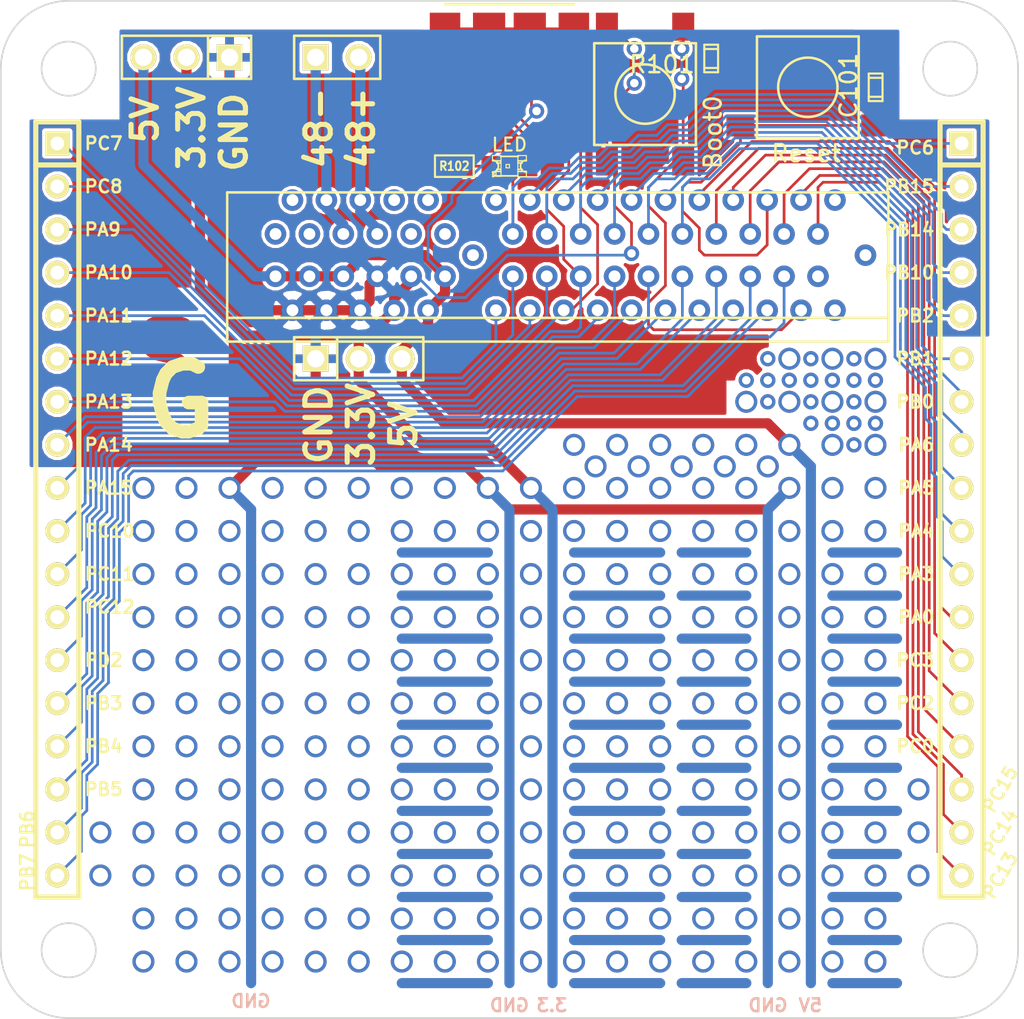
<source format=kicad_pcb>
(kicad_pcb (version 3) (host pcbnew "(2013-dec-23)-stable")
  (layers (15 F.Cu signal) (0 B.Cu signal) (18 B.Paste user) (19 F.Paste user) (20 B.SilkS user) (21 F.SilkS user) (22 B.Mask user) (23 F.Mask user) (28 Edge.Cuts user))
  (net 0 "")
  (net 1 +3.3V)
  (net 2 +5V)
  (net 3 "/+48V U +")
  (net 4 "/+48V U Return")
  (net 5 /BOOT0)
  (net 6 /PA0)
  (net 7 /PA10)
  (net 8 /PA11)
  (net 9 /PA12)
  (net 10 /PA13)
  (net 11 /PA14)
  (net 12 /PA15)
  (net 13 /PA3)
  (net 14 /PA4)
  (net 15 /PA5)
  (net 16 /PA6)
  (net 17 /PA9)
  (net 18 /PB0)
  (net 19 /PB1)
  (net 20 /PB10)
  (net 21 /PB14)
  (net 22 /PB15)
  (net 23 /PB2)
  (net 24 /PB3)
  (net 25 /PB4)
  (net 26 /PB5)
  (net 27 /PB6)
  (net 28 /PB7)
  (net 29 /PB8)
  (net 30 /PC0)
  (net 31 /PC10)
  (net 32 /PC11)
  (net 33 /PC12)
  (net 34 /PC13)
  (net 35 /PC14)
  (net 36 /PC15)
  (net 37 /PC2)
  (net 38 /PC3)
  (net 39 /PC6)
  (net 40 /PC7)
  (net 41 /PC8)
  (net 42 /PD2)
  (net 43 /RESET)
  (net 44 /VBAT)
  (net 45 GND)
  (net 46 N-0000042)
  (module SIL-18 (layer F.Cu) (at 261.67 138 270)
    (fp_text reference P101 hide)
    (fp_text value CONN_19 hide)
    (pad 1 thru_hole rect (at -21.59 0 270) (size 1.397 1.397) (drill 0.8128) (layers *.Cu *.Mask F.SilkS) (net 39 /PC6))
    (pad 2 thru_hole circle (at -19.05 0 270) (size 1.397 1.397) (drill 0.8128) (layers *.Cu *.Mask F.SilkS) (net 22 /PB15))
    (pad 3 thru_hole circle (at -16.51 0 270) (size 1.397 1.397) (drill 0.8128) (layers *.Cu *.Mask F.SilkS) (net 21 /PB14))
    (pad 4 thru_hole circle (at -13.97 0 270) (size 1.397 1.397) (drill 0.8128) (layers *.Cu *.Mask F.SilkS) (net 20 /PB10))
    (pad 5 thru_hole circle (at -11.43 0 270) (size 1.397 1.397) (drill 0.8128) (layers *.Cu *.Mask F.SilkS) (net 23 /PB2))
    (pad 6 thru_hole circle (at -8.89 0 270) (size 1.397 1.397) (drill 0.8128) (layers *.Cu *.Mask F.SilkS) (net 19 /PB1))
    (pad 7 thru_hole circle (at -6.35 0 270) (size 1.397 1.397) (drill 0.8128) (layers *.Cu *.Mask F.SilkS) (net 18 /PB0))
    (pad 8 thru_hole circle (at -3.81 0 270) (size 1.397 1.397) (drill 0.8128) (layers *.Cu *.Mask F.SilkS) (net 16 /PA6))
    (pad 9 thru_hole circle (at -1.27 0 270) (size 1.397 1.397) (drill 0.8128) (layers *.Cu *.Mask F.SilkS) (net 15 /PA5))
    (pad 10 thru_hole circle (at 1.27 0 270) (size 1.397 1.397) (drill 0.8128) (layers *.Cu *.Mask F.SilkS) (net 14 /PA4))
    (pad 11 thru_hole circle (at 3.81 0 270) (size 1.397 1.397) (drill 0.8128) (layers *.Cu *.Mask F.SilkS) (net 13 /PA3))
    (pad 12 thru_hole circle (at 6.35 0 270) (size 1.397 1.397) (drill 0.8128) (layers *.Cu *.Mask F.SilkS) (net 6 /PA0))
    (pad 13 thru_hole circle (at 8.89 0 270) (size 1.397 1.397) (drill 0.8128) (layers *.Cu *.Mask F.SilkS) (net 38 /PC3))
    (pad 14 thru_hole circle (at 11.43 0 270) (size 1.397 1.397) (drill 0.8128) (layers *.Cu *.Mask F.SilkS) (net 37 /PC2))
    (pad 15 thru_hole circle (at 13.97 0 270) (size 1.397 1.397) (drill 0.8128) (layers *.Cu *.Mask F.SilkS) (net 30 /PC0))
    (pad 16 thru_hole circle (at 16.51 0 270) (size 1.397 1.397) (drill 0.8128) (layers *.Cu *.Mask F.SilkS) (net 36 /PC15))
    (pad 17 thru_hole circle (at 19.05 0 270) (size 1.397 1.397) (drill 0.8128) (layers *.Cu *.Mask F.SilkS) (net 35 /PC14))
    (pad 18 thru_hole circle (at 21.59 0 270) (size 1.397 1.397) (drill 0.8128) (layers *.Cu *.Mask F.SilkS) (net 34 /PC13))
  )
  (module SIL-18 (layer F.Cu) (at 208.33 138 270)
    (fp_text reference P102 hide)
    (fp_text value CONN_19 hide)
    (pad 1 thru_hole rect (at -21.59 0 270) (size 1.397 1.397) (drill 0.8128) (layers *.Cu *.Mask F.SilkS) (net 40 /PC7))
    (pad 2 thru_hole circle (at -19.05 0 270) (size 1.397 1.397) (drill 0.8128) (layers *.Cu *.Mask F.SilkS) (net 41 /PC8))
    (pad 3 thru_hole circle (at -16.51 0 270) (size 1.397 1.397) (drill 0.8128) (layers *.Cu *.Mask F.SilkS) (net 17 /PA9))
    (pad 4 thru_hole circle (at -13.97 0 270) (size 1.397 1.397) (drill 0.8128) (layers *.Cu *.Mask F.SilkS) (net 7 /PA10))
    (pad 5 thru_hole circle (at -11.43 0 270) (size 1.397 1.397) (drill 0.8128) (layers *.Cu *.Mask F.SilkS) (net 8 /PA11))
    (pad 6 thru_hole circle (at -8.89 0 270) (size 1.397 1.397) (drill 0.8128) (layers *.Cu *.Mask F.SilkS) (net 9 /PA12))
    (pad 7 thru_hole circle (at -6.35 0 270) (size 1.397 1.397) (drill 0.8128) (layers *.Cu *.Mask F.SilkS) (net 10 /PA13))
    (pad 8 thru_hole circle (at -3.81 0 270) (size 1.397 1.397) (drill 0.8128) (layers *.Cu *.Mask F.SilkS) (net 11 /PA14))
    (pad 9 thru_hole circle (at -1.27 0 270) (size 1.397 1.397) (drill 0.8128) (layers *.Cu *.Mask F.SilkS) (net 12 /PA15))
    (pad 10 thru_hole circle (at 1.27 0 270) (size 1.397 1.397) (drill 0.8128) (layers *.Cu *.Mask F.SilkS) (net 31 /PC10))
    (pad 11 thru_hole circle (at 3.81 0 270) (size 1.397 1.397) (drill 0.8128) (layers *.Cu *.Mask F.SilkS) (net 32 /PC11))
    (pad 12 thru_hole circle (at 6.35 0 270) (size 1.397 1.397) (drill 0.8128) (layers *.Cu *.Mask F.SilkS) (net 33 /PC12))
    (pad 13 thru_hole circle (at 8.89 0 270) (size 1.397 1.397) (drill 0.8128) (layers *.Cu *.Mask F.SilkS) (net 42 /PD2))
    (pad 14 thru_hole circle (at 11.43 0 270) (size 1.397 1.397) (drill 0.8128) (layers *.Cu *.Mask F.SilkS) (net 24 /PB3))
    (pad 15 thru_hole circle (at 13.97 0 270) (size 1.397 1.397) (drill 0.8128) (layers *.Cu *.Mask F.SilkS) (net 25 /PB4))
    (pad 16 thru_hole circle (at 16.51 0 270) (size 1.397 1.397) (drill 0.8128) (layers *.Cu *.Mask F.SilkS) (net 26 /PB5))
    (pad 17 thru_hole circle (at 19.05 0 270) (size 1.397 1.397) (drill 0.8128) (layers *.Cu *.Mask F.SilkS) (net 27 /PB6))
    (pad 18 thru_hole circle (at 21.59 0 270) (size 1.397 1.397) (drill 0.8128) (layers *.Cu *.Mask F.SilkS) (net 28 /PB7))
  )
  (module PIN_ARRAY_3X1 (layer F.Cu) (at 226.11 129.11)
    (fp_text reference K102 hide)
    (fp_text value CONN_3 hide)
    (pad 1 thru_hole rect (at -2.54 0) (size 1.524 1.524) (drill 1.016) (layers *.Cu *.Mask F.SilkS) (net 45 GND))
    (pad 2 thru_hole circle (at 0 0) (size 1.524 1.524) (drill 1.016) (layers *.Cu *.Mask F.SilkS) (net 1 +3.3V))
    (pad 3 thru_hole circle (at 2.54 0) (size 1.524 1.524) (drill 1.016) (layers *.Cu *.Mask F.SilkS) (net 2 +5V))
  )
  (module PIN_ARRAY_3X1 (layer F.Cu) (at 215.95 111.33 180)
    (fp_text reference K101 hide)
    (fp_text value PWR hide)
    (pad 1 thru_hole rect (at -2.54 0 180) (size 1.524 1.524) (drill 1.016) (layers *.Cu *.Mask F.SilkS) (net 45 GND))
    (pad 2 thru_hole circle (at 0 0 180) (size 1.524 1.524) (drill 1.016) (layers *.Cu *.Mask F.SilkS) (net 1 +3.3V))
    (pad 3 thru_hole circle (at 2.54 0 180) (size 1.524 1.524) (drill 1.016) (layers *.Cu *.Mask F.SilkS) (net 2 +5V))
  )
  (module c_0603 (layer F.Cu) (at 256.6 113.1 270)
    (fp_text reference C101 (at -0.1 1.6 270) (layer F.SilkS))
    (fp_text value 0.1uF hide)
    (pad 1 smd rect (at 0.75184 0 270) (size 0.89916 1.00076) (layers F.Cu F.Paste F.Mask) (net 43 /RESET))
    (pad 2 smd rect (at -0.75184 0 270) (size 0.89916 1.00076) (layers F.Cu F.Paste F.Mask) (net 45 GND))
  )
  (module c_0603 (layer F.Cu) (at 246.9 111.4 90)
    (fp_text reference R101 (at -0.35 -2.9 180) (layer F.SilkS))
    (fp_text value 10K hide)
    (pad 1 smd rect (at 0.75184 0 90) (size 0.89916 1.00076) (layers F.Cu F.Paste F.Mask) (net 5 /BOOT0))
    (pad 2 smd rect (at -0.75184 0 90) (size 0.89916 1.00076) (layers F.Cu F.Paste F.Mask) (net 45 GND))
  )
  (module "con-pci_express(pci-e)-PCI-E_64" (layer F.Cu) (at 233.2 123)
    (fp_text reference JP101 hide)
    (fp_text value PCI-E4X_EDGE hide)
    (pad A2 thru_hole circle (at -10.99916 -3.24758) (size 1.27 1.27) (drill 0.6985) (layers *.Cu *.Mask))
    (pad A3 thru_hole circle (at -9.9984 -1.2486) (size 1.27 1.27) (drill 0.6985) (layers *.Cu *.Mask))
    (pad A4 thru_hole circle (at -8.99764 -3.24758) (size 1.27 1.27) (drill 0.6985) (layers *.Cu *.Mask) (net 4 "/+48V U Return"))
    (pad A5 thru_hole circle (at -7.99942 -1.2486) (size 1.27 1.27) (drill 0.6985) (layers *.Cu *.Mask) (net 4 "/+48V U Return"))
    (pad A6 thru_hole circle (at -6.99866 -3.24758) (size 1.27 1.27) (drill 0.6985) (layers *.Cu *.Mask) (net 3 "/+48V U +"))
    (pad A7 thru_hole circle (at -5.9979 -1.2486) (size 1.27 1.27) (drill 0.6985) (layers *.Cu *.Mask) (net 3 "/+48V U +"))
    (pad A8 thru_hole circle (at -4.99968 -3.24758) (size 1.27 1.27) (drill 0.6985) (layers *.Cu *.Mask))
    (pad A9 thru_hole circle (at -3.99892 -1.2486) (size 1.27 1.27) (drill 0.6985) (layers *.Cu *.Mask))
    (pad A10 thru_hole circle (at -2.99816 -3.24758) (size 1.27 1.27) (drill 0.6985) (layers *.Cu *.Mask))
    (pad A11 thru_hole circle (at -1.99994 -1.2486) (size 1.27 1.27) (drill 0.6985) (layers *.Cu *.Mask))
    (pad A12 thru_hole circle (at 1.00234 -3.24758) (size 1.27 1.27) (drill 0.6985) (layers *.Cu *.Mask))
    (pad A13 thru_hole circle (at 2.00056 -1.2486) (size 1.27 1.27) (drill 0.6985) (layers *.Cu *.Mask) (net 39 /PC6))
    (pad A14 thru_hole circle (at 3.00132 -3.24758) (size 1.27 1.27) (drill 0.6985) (layers *.Cu *.Mask) (net 22 /PB15))
    (pad A15 thru_hole circle (at 4.00208 -1.2486) (size 1.27 1.27) (drill 0.6985) (layers *.Cu *.Mask) (net 21 /PB14))
    (pad A16 thru_hole circle (at 5.0003 -3.24758) (size 1.27 1.27) (drill 0.6985) (layers *.Cu *.Mask) (net 20 /PB10))
    (pad A17 thru_hole circle (at 6.00106 -1.2486) (size 1.27 1.27) (drill 0.6985) (layers *.Cu *.Mask) (net 23 /PB2))
    (pad A18 thru_hole circle (at 7.00182 -3.24758) (size 1.27 1.27) (drill 0.6985) (layers *.Cu *.Mask) (net 19 /PB1))
    (pad A19 thru_hole circle (at 8.00004 -1.2486) (size 1.27 1.27) (drill 0.6985) (layers *.Cu *.Mask) (net 18 /PB0))
    (pad A20 thru_hole circle (at 9.0008 -3.24758) (size 1.27 1.27) (drill 0.6985) (layers *.Cu *.Mask) (net 16 /PA6))
    (pad A21 thru_hole circle (at 10.00156 -1.2486) (size 1.27 1.27) (drill 0.6985) (layers *.Cu *.Mask) (net 15 /PA5))
    (pad A22 thru_hole circle (at 11.00232 -3.24758) (size 1.27 1.27) (drill 0.6985) (layers *.Cu *.Mask) (net 14 /PA4))
    (pad A23 thru_hole circle (at 12.00054 -1.2486) (size 1.27 1.27) (drill 0.6985) (layers *.Cu *.Mask) (net 13 /PA3))
    (pad A24 thru_hole circle (at 13.0013 -3.24758) (size 1.27 1.27) (drill 0.6985) (layers *.Cu *.Mask) (net 6 /PA0))
    (pad A25 thru_hole circle (at 14.00206 -1.2486) (size 1.27 1.27) (drill 0.6985) (layers *.Cu *.Mask) (net 38 /PC3))
    (pad A26 thru_hole circle (at 15.00028 -3.24758) (size 1.27 1.27) (drill 0.6985) (layers *.Cu *.Mask) (net 37 /PC2))
    (pad A27 thru_hole circle (at 16.00104 -1.2486) (size 1.27 1.27) (drill 0.6985) (layers *.Cu *.Mask) (net 30 /PC0))
    (pad A28 thru_hole circle (at 17.0018 -3.24758) (size 1.27 1.27) (drill 0.6985) (layers *.Cu *.Mask) (net 43 /RESET))
    (pad A29 thru_hole circle (at 18.00002 -1.2486) (size 1.27 1.27) (drill 0.6985) (layers *.Cu *.Mask) (net 36 /PC15))
    (pad A30 thru_hole circle (at 19.00078 -3.24758) (size 1.27 1.27) (drill 0.6985) (layers *.Cu *.Mask) (net 35 /PC14))
    (pad A31 thru_hole circle (at 20.00154 -1.2486) (size 1.27 1.27) (drill 0.6985) (layers *.Cu *.Mask) (net 34 /PC13))
    (pad A32 thru_hole circle (at 21.0023 -3.24758) (size 1.27 1.27) (drill 0.6985) (layers *.Cu *.Mask) (net 44 /VBAT))
    (pad B1 thru_hole circle (at -11.99992 1.24822) (size 1.27 1.27) (drill 0.6985) (layers *.Cu *.Mask) (net 2 +5V))
    (pad B2 thru_hole circle (at -10.99916 3.24974) (size 1.27 1.27) (drill 0.6985) (layers *.Cu *.Mask) (net 45 GND))
    (pad B3 thru_hole circle (at -9.9984 1.24822) (size 1.27 1.27) (drill 0.6985) (layers *.Cu *.Mask) (net 2 +5V))
    (pad B4 thru_hole circle (at -8.99764 3.24974) (size 1.27 1.27) (drill 0.6985) (layers *.Cu *.Mask) (net 45 GND))
    (pad B5 thru_hole circle (at -7.99942 1.24822) (size 1.27 1.27) (drill 0.6985) (layers *.Cu *.Mask) (net 2 +5V))
    (pad B6 thru_hole circle (at -6.99866 3.24974) (size 1.27 1.27) (drill 0.6985) (layers *.Cu *.Mask) (net 45 GND))
    (pad B7 thru_hole circle (at -5.9979 1.24822) (size 1.27 1.27) (drill 0.6985) (layers *.Cu *.Mask) (net 45 GND))
    (pad B8 thru_hole circle (at -4.99968 3.24974) (size 1.27 1.27) (drill 0.6985) (layers *.Cu *.Mask) (net 1 +3.3V))
    (pad B9 thru_hole circle (at -3.99892 1.24822) (size 1.27 1.27) (drill 0.6985) (layers *.Cu *.Mask) (net 1 +3.3V))
    (pad B10 thru_hole circle (at -2.99816 3.24974) (size 1.27 1.27) (drill 0.6985) (layers *.Cu *.Mask) (net 2 +5V))
    (pad B11 thru_hole circle (at -1.99994 1.24822) (size 1.27 1.27) (drill 0.6985) (layers *.Cu *.Mask) (net 2 +5V))
    (pad B12 thru_hole circle (at 1.00234 3.24974) (size 1.27 1.27) (drill 0.6985) (layers *.Cu *.Mask) (net 40 /PC7))
    (pad B13 thru_hole circle (at 2.00056 1.24822) (size 1.27 1.27) (drill 0.6985) (layers *.Cu *.Mask) (net 41 /PC8))
    (pad B14 thru_hole circle (at 3.00132 3.24974) (size 1.27 1.27) (drill 0.6985) (layers *.Cu *.Mask) (net 17 /PA9))
    (pad B15 thru_hole circle (at 4.00208 1.24822) (size 1.27 1.27) (drill 0.6985) (layers *.Cu *.Mask) (net 7 /PA10))
    (pad B16 thru_hole circle (at 5.0003 3.24974) (size 1.27 1.27) (drill 0.6985) (layers *.Cu *.Mask) (net 8 /PA11))
    (pad B17 thru_hole circle (at 6.00106 1.24822) (size 1.27 1.27) (drill 0.6985) (layers *.Cu *.Mask) (net 9 /PA12))
    (pad B18 thru_hole circle (at 7.00182 3.24974) (size 1.27 1.27) (drill 0.6985) (layers *.Cu *.Mask) (net 10 /PA13))
    (pad B19 thru_hole circle (at 8.00004 1.24822) (size 1.27 1.27) (drill 0.6985) (layers *.Cu *.Mask) (net 11 /PA14))
    (pad B20 thru_hole circle (at 9.0008 3.24974) (size 1.27 1.27) (drill 0.6985) (layers *.Cu *.Mask) (net 12 /PA15))
    (pad B21 thru_hole circle (at 10.00156 1.24822) (size 1.27 1.27) (drill 0.6985) (layers *.Cu *.Mask) (net 31 /PC10))
    (pad B22 thru_hole circle (at 11.00232 3.24974) (size 1.27 1.27) (drill 0.6985) (layers *.Cu *.Mask) (net 32 /PC11))
    (pad B23 thru_hole circle (at 12.00054 1.24822) (size 1.27 1.27) (drill 0.6985) (layers *.Cu *.Mask) (net 33 /PC12))
    (pad B24 thru_hole circle (at 13.0013 3.24974) (size 1.27 1.27) (drill 0.6985) (layers *.Cu *.Mask) (net 42 /PD2))
    (pad B25 thru_hole circle (at 14.00206 1.24822) (size 1.27 1.27) (drill 0.6985) (layers *.Cu *.Mask) (net 24 /PB3))
    (pad B26 thru_hole circle (at 15.00028 3.24974) (size 1.27 1.27) (drill 0.6985) (layers *.Cu *.Mask) (net 25 /PB4))
    (pad B27 thru_hole circle (at 16.00104 1.24822) (size 1.27 1.27) (drill 0.6985) (layers *.Cu *.Mask) (net 26 /PB5))
    (pad B28 thru_hole circle (at 17.0018 3.24974) (size 1.27 1.27) (drill 0.6985) (layers *.Cu *.Mask) (net 27 /PB6))
    (pad B29 thru_hole circle (at 18.00002 1.24822) (size 1.27 1.27) (drill 0.6985) (layers *.Cu *.Mask) (net 28 /PB7))
    (pad B30 thru_hole circle (at 19.00078 3.24974) (size 1.27 1.27) (drill 0.6985) (layers *.Cu *.Mask) (net 5 /BOOT0))
    (pad B31 thru_hole circle (at 20.00154 1.24822) (size 1.27 1.27) (drill 0.6985) (layers *.Cu *.Mask) (net 29 /PB8))
    (pad B32 thru_hole circle (at 21.0023 3.24974) (size 1.27 1.27) (drill 0.6985) (layers *.Cu *.Mask))
    (pad A1 thru_hole circle (at -12 -1.25) (size 1.27 1.27) (drill 0.6985) (layers *.Cu *.Mask))
    (pad "" thru_hole circle (at -0.35 0) (size 1.27 1.27) (drill 0.6985) (layers *.Cu *.Mask))
    (pad "" thru_hole circle (at 22.8 0) (size 1.27 1.27) (drill 0.6985) (layers *.Cu *.Mask))
  )
  (module PIN_ARRAY_2X1 (layer F.Cu) (at 224.84 111.33)
    (fp_text reference P103 hide)
    (fp_text value CONN_2 hide)
    (pad 1 thru_hole rect (at -1.27 0) (size 1.524 1.524) (drill 1.016) (layers *.Cu *.Mask F.SilkS) (net 4 "/+48V U Return"))
    (pad 2 thru_hole circle (at 1.27 0) (size 1.524 1.524) (drill 1.016) (layers *.Cu *.Mask F.SilkS) (net 3 "/+48V U +"))
  )
  (module mincro-usb (layer F.Cu) (at 235 113 180)
    (fp_text reference J101 hide)
    (fp_text value USB hide)
    (pad 1 smd rect (at -1.3 0 180) (size 0.4 1.35) (layers F.Cu F.Paste F.Mask) (net 2 +5V))
    (pad 2 smd rect (at -0.65 0 180) (size 0.4 1.35) (layers F.Cu F.Paste F.Mask) (net 8 /PA11))
    (pad 3 smd rect (at 0 0 180) (size 0.4 1.35) (layers F.Cu F.Paste F.Mask) (net 9 /PA12))
    (pad 4 smd rect (at 0.65 0 180) (size 0.4 1.35) (layers F.Cu F.Paste F.Mask) (net 45 GND))
    (pad 5 smd rect (at 1.3 0 180) (size 0.4 1.35) (layers F.Cu F.Paste F.Mask) (net 45 GND))
    (pad 6 smd rect (at -3.1 0.125 180) (size 2.1 1.6) (layers F.Cu F.Paste F.Mask) (net 45 GND))
    (pad 6 smd rect (at 3.1 0.125 180) (size 2.1 1.6) (layers F.Cu F.Paste F.Mask) (net 45 GND))
    (pad 6 smd rect (at -1.2 3.35 180) (size 1.9 1.9) (layers F.Cu F.Paste F.Mask) (net 45 GND))
    (pad 6 smd rect (at 1.2 3.35 180) (size 1.9 1.9) (layers F.Cu F.Paste F.Mask) (net 45 GND))
    (pad 6 smd rect (at -3.8 3.35 180) (size 1.8 1.9) (layers F.Cu F.Paste F.Mask) (net 45 GND))
    (pad 6 smd rect (at 3.8 3.35 180) (size 1.8 1.9) (layers F.Cu F.Paste F.Mask) (net 45 GND))
  )
  (module tact_sw_4.3mm (layer F.Cu) (at 243 113.5 270)
    (fp_text reference SW101 hide)
    (fp_text value Boot0 (at 2.25 -4 270) (layer F.SilkS))
    (pad 1 smd rect (at -3.975 -2.25 270) (size 1.65 1.3) (layers F.Cu F.Paste F.Mask) (net 5 /BOOT0))
    (pad 1 smd rect (at 3.975 -2.25 270) (size 1.65 1.3) (layers F.Cu F.Paste F.Mask) (net 5 /BOOT0))
    (pad 2 smd rect (at -3.975 2.25 270) (size 1.65 1.3) (layers F.Cu F.Paste F.Mask) (net 1 +3.3V))
    (pad 2 smd rect (at 3.975 2.25 270) (size 1.65 1.3) (layers F.Cu F.Paste F.Mask) (net 1 +3.3V))
  )
  (module tact_sw_4.3mm (layer F.Cu) (at 252.6 113.1 180)
    (fp_text reference SW102 hide)
    (fp_text value Reset (at 0.1 -3.9 180) (layer F.SilkS))
    (pad 1 smd rect (at -3.975 -2.25 180) (size 1.65 1.3) (layers F.Cu F.Paste F.Mask) (net 43 /RESET))
    (pad 1 smd rect (at 3.975 -2.25 180) (size 1.65 1.3) (layers F.Cu F.Paste F.Mask) (net 43 /RESET))
    (pad 2 smd rect (at -3.975 2.25 180) (size 1.65 1.3) (layers F.Cu F.Paste F.Mask) (net 45 GND))
    (pad 2 smd rect (at 3.975 2.25 180) (size 1.65 1.3) (layers F.Cu F.Paste F.Mask) (net 45 GND))
  )
  (module LED-0805 (layer F.Cu) (at 235 117.75 180)
    (fp_text reference D101 hide)
    (fp_text value LED (at 0 1.27 180) (layer F.SilkS) (effects (font (size 0.762 0.762) (thickness 0.127))))
    (pad 1 smd rect (at -1.04902 0 180) (size 1.19888 1.19888) (layers F.Cu F.Paste F.Mask) (net 39 /PC6))
    (pad 2 smd rect (at 1.04902 0 180) (size 1.19888 1.19888) (layers F.Cu F.Paste F.Mask) (net 46 N-0000042))
  )
  (module SM0603 (layer F.Cu) (at 231.75 117.75 180)
    (fp_text reference R102 (at 0 0 180) (layer F.SilkS) (effects (font (size 0.508 0.4572) (thickness 0.1143))))
    (fp_text value 220 hide)
    (pad 1 smd rect (at -0.762 0 180) (size 0.635 1.143) (layers F.Cu F.Paste F.Mask) (net 46 N-0000042))
    (pad 2 smd rect (at 0.762 0 180) (size 0.635 1.143) (layers F.Cu F.Paste F.Mask) (net 45 GND))
  )
  (gr_text G (at 215.6 131.6) (layer F.SilkS) (effects (font (size 4 4) (thickness 0.8))))
  (gr_text S (at 214.68 129.11) (layer F.Cu) (effects (font (size 4 4) (thickness 0.8))))
  (gr_text "PB7\n" (at 206.552 160.606 90) (layer F.SilkS) (effects (font (size 0.75 0.75)) (justify left)))
  (gr_text PB6 (at 206.552 158.066 90) (layer F.SilkS) (effects (font (size 0.75 0.75)) (justify left)))
  (gr_text PC14 (at 263.956 157.05 60) (layer F.SilkS) (effects (font (size 0.75 0.75))))
  (gr_text PC13 (at 263.956 159.59 60) (layer F.SilkS) (effects (font (size 0.75 0.75))))
  (gr_text PC15 (at 263.956 154.51 60) (layer F.SilkS) (effects (font (size 0.75 0.75))))
  (gr_text PC0 (at 260.146 151.97) (layer F.SilkS) (effects (font (size 0.75 0.75)) (justify right)))
  (gr_text PC2 (at 260.146 149.43) (layer F.SilkS) (effects (font (size 0.75 0.75)) (justify right)))
  (gr_text PC3 (at 260.146 146.89) (layer F.SilkS) (effects (font (size 0.75 0.75)) (justify right)))
  (gr_text PA0 (at 260.146 144.35) (layer F.SilkS) (effects (font (size 0.75 0.75)) (justify right)))
  (gr_text PA3 (at 260.146 141.81) (layer F.SilkS) (effects (font (size 0.75 0.75)) (justify right)))
  (gr_text PA4 (at 260.146 139.27) (layer F.SilkS) (effects (font (size 0.75 0.75)) (justify right)))
  (gr_text PA5 (at 260.146 136.73) (layer F.SilkS) (effects (font (size 0.75 0.75)) (justify right)))
  (gr_text PA6 (at 260.146 134.19) (layer F.SilkS) (effects (font (size 0.75 0.75)) (justify right)))
  (gr_text PB0 (at 260.146 131.65) (layer F.SilkS) (effects (font (size 0.75 0.75)) (justify right)))
  (gr_text PB1 (at 260.146 129.11) (layer F.SilkS) (effects (font (size 0.75 0.75)) (justify right)))
  (gr_text PC6 (at 260.146 116.664) (layer F.SilkS) (effects (font (size 0.75 0.75)) (justify right)))
  (gr_text PB10 (at 260.146 124.03) (layer F.SilkS) (effects (font (size 0.75 0.75)) (justify right)))
  (gr_text PB14 (at 260.146 121.49) (layer F.SilkS) (effects (font (size 0.75 0.75)) (justify right)))
  (gr_text PB15 (at 260.146 118.95) (layer F.SilkS) (effects (font (size 0.75 0.75)) (justify right)))
  (gr_text PB2 (at 260.146 126.57) (layer F.SilkS) (effects (font (size 0.75 0.75)) (justify right)))
  (gr_text PB5 (at 209.854 154.51) (layer F.SilkS) (effects (font (size 0.75 0.75)) (justify left)))
  (gr_text PB4 (at 209.854 151.97) (layer F.SilkS) (effects (font (size 0.75 0.75)) (justify left)))
  (gr_text PB3 (at 209.854 149.43) (layer F.SilkS) (effects (font (size 0.75 0.75)) (justify left)))
  (gr_text PD2 (at 209.854 146.89) (layer F.SilkS) (effects (font (size 0.75 0.75)) (justify left)))
  (gr_text "PC12\n\n" (at 209.854 144.35) (layer F.SilkS) (effects (font (size 0.75 0.75)) (justify left)))
  (gr_text "PC11\n" (at 209.854 141.81) (layer F.SilkS) (effects (font (size 0.75 0.75)) (justify left)))
  (gr_text PC10 (at 209.854 139.27) (layer F.SilkS) (effects (font (size 0.75 0.75)) (justify left)))
  (gr_text "PA15\n" (at 209.854 136.73) (layer F.SilkS) (effects (font (size 0.75 0.75)) (justify left)))
  (gr_text PA14 (at 209.854 134.19) (layer F.SilkS) (effects (font (size 0.75 0.75)) (justify left)))
  (gr_text PA13 (at 209.854 131.65) (layer F.SilkS) (effects (font (size 0.75 0.75)) (justify left)))
  (gr_text PA12 (at 209.854 129.11) (layer F.SilkS) (effects (font (size 0.75 0.75)) (justify left)))
  (gr_text PA11 (at 209.854 126.57) (layer F.SilkS) (effects (font (size 0.75 0.75)) (justify left)))
  (gr_text PA10 (at 209.854 124.03) (layer F.SilkS) (effects (font (size 0.75 0.75)) (justify left)))
  (gr_text PA9 (at 209.854 121.49) (layer F.SilkS) (effects (font (size 0.75 0.75)) (justify left)))
  (gr_text PC8 (at 209.854 118.95) (layer F.SilkS) (effects (font (size 0.75 0.75)) (justify left)))
  (gr_text PC7 (at 209.854 116.41) (layer F.SilkS) (effects (font (size 0.75 0.75)) (justify left)))
  (gr_text GND (at 250.25 167.25) (layer B.SilkS) (effects (font (size 0.75 0.75)) (justify mirror)))
  (gr_text 5V (at 252.75 167.25) (layer B.SilkS) (effects (font (size 0.75 0.75)) (justify mirror)))
  (gr_text "3.3\n" (at 237.5 167.25) (layer B.SilkS) (effects (font (size 0.75 0.75)) (justify mirror)))
  (gr_text GND (at 235 167.25) (layer B.SilkS) (effects (font (size 0.75 0.75)) (justify mirror)))
  (gr_text GND (at 219.75 167) (layer B.SilkS) (effects (font (size 0.75 0.75)) (justify mirror)))
  (gr_text 48+ (at 226.25 115.5 90) (layer F.SilkS) (effects (font (size 1.5 1.5) (thickness 0.3))))
  (gr_text 48- (at 223.75 115.5 90) (layer F.SilkS) (effects (font (size 1.5 1.5) (thickness 0.3))))
  (gr_text GND (at 218.75 115.75 90) (layer F.SilkS) (effects (font (size 1.5 1.5) (thickness 0.3))))
  (gr_text 3.3V (at 216.25 115.5 90) (layer F.SilkS) (effects (font (size 1.5 1.5) (thickness 0.3))))
  (gr_text 5V (at 213.5 115 90) (layer F.SilkS) (effects (font (size 1.5 1.5) (thickness 0.3))))
  (gr_text 5V (at 228.75 133 90) (layer F.SilkS) (effects (font (size 1.5 1.5) (thickness 0.3))))
  (gr_text 3.3V (at 226.25 133 90) (layer F.SilkS) (effects (font (size 1.5 1.5) (thickness 0.3))))
  (gr_text GND (at 223.75 133 90) (layer F.SilkS) (effects (font (size 1.5 1.5) (thickness 0.3))))
  (gr_circle (center 261 112) (end 262.6 112) (layer Edge.Cuts) (width 0.1))
  (gr_line (start 261 108) (end 209 108) (angle 90) (layer Edge.Cuts) (width 0.1))
  (gr_line (start 265 164) (end 265 112) (angle 90) (layer Edge.Cuts) (width 0.1))
  (gr_line (start 209 168) (end 261 168) (angle 90) (layer Edge.Cuts) (width 0.1))
  (gr_line (start 205 112) (end 205 164) (angle 90) (layer Edge.Cuts) (width 0.1))
  (gr_circle (center 209 112) (end 210.6 112) (layer Edge.Cuts) (width 0.1))
  (gr_circle (center 261 164) (end 262.6 164) (layer Edge.Cuts) (width 0.1))
  (gr_circle (center 209 164) (end 210.6 164) (layer Edge.Cuts) (width 0.1))
  (gr_arc (start 261 112) (end 261 108) (angle 90) (layer Edge.Cuts) (width 0.1))
  (gr_arc (start 209 112) (end 205 112) (angle 90) (layer Edge.Cuts) (width 0.1))
  (gr_arc (start 209 164) (end 209 168) (angle 90) (layer Edge.Cuts) (width 0.1))
  (gr_arc (start 261 164) (end 265 164) (angle 90) (layer Edge.Cuts) (width 0.1))
  (via (at 255.32 134.19) (size 0.9) (drill 0.5) (layers F.Cu B.Cu) (net 0))
  (via (at 248.97 130.38) (size 0.9) (drill 0.5) (layers F.Cu B.Cu) (net 0))
  (via (at 250.24 129.11) (size 0.9) (drill 0.5) (layers F.Cu B.Cu) (net 0))
  (via (at 250.24 130.38) (size 0.9) (drill 0.5) (layers F.Cu B.Cu) (net 0))
  (via (at 250.24 131.65) (size 0.9) (drill 0.5) (layers F.Cu B.Cu) (net 0))
  (via (at 256.59 132.92) (size 0.9) (drill 0.5) (layers F.Cu B.Cu) (net 0))
  (via (at 255.32 132.92) (size 0.9) (drill 0.5) (layers F.Cu B.Cu) (net 0))
  (via (at 255.32 131.65) (size 0.9) (drill 0.5) (layers F.Cu B.Cu) (net 0))
  (via (at 256.59 130.38) (size 0.9) (drill 0.5) (layers F.Cu B.Cu) (net 0))
  (via (at 255.32 130.38) (size 0.9) (drill 0.5) (layers F.Cu B.Cu) (net 0))
  (via (at 255.32 129.11) (size 0.9) (drill 0.5) (layers F.Cu B.Cu) (net 0))
  (via (at 254.05 132.92) (size 0.9) (drill 0.5) (layers F.Cu B.Cu) (net 0))
  (via (at 252.78 132.92) (size 0.9) (drill 0.5) (layers F.Cu B.Cu) (net 0))
  (via (at 252.78 131.65) (size 0.9) (drill 0.5) (layers F.Cu B.Cu) (net 0))
  (via (at 254.05 130.38) (size 0.9) (drill 0.5) (layers F.Cu B.Cu) (net 0))
  (via (at 251.51 130.38) (size 0.9) (drill 0.5) (layers F.Cu B.Cu) (net 0))
  (via (at 252.78 130.38) (size 0.9) (drill 0.5) (layers F.Cu B.Cu) (net 0))
  (via (at 252.78 129.11) (size 0.9) (drill 0.5) (layers F.Cu B.Cu) (net 0))
  (via (at 250.24 135.46) (size 1.3) (drill 0.9) (layers F.Cu B.Cu) (net 0))
  (via (at 247.7 135.46) (size 1.3) (drill 0.9) (layers F.Cu B.Cu) (net 0))
  (via (at 245.16 135.46) (size 1.3) (drill 0.9) (layers F.Cu B.Cu) (net 0))
  (via (at 242.62 135.46) (size 1.3) (drill 0.9) (layers F.Cu B.Cu) (net 0))
  (via (at 240.08 135.46) (size 1.3) (drill 0.9) (layers F.Cu B.Cu) (net 0))
  (segment (start 257.86 140.54) (end 254.05 140.54) (width 0.6) (layer B.Cu) (net 0))
  (segment (start 257.86 143.08) (end 254.05 143.08) (width 0.6) (layer B.Cu) (net 0))
  (segment (start 254.05 145.62) (end 257.86 145.62) (width 0.6) (layer B.Cu) (net 0))
  (segment (start 254.05 148.16) (end 257.86 148.16) (width 0.6) (layer B.Cu) (net 0))
  (segment (start 254.05 150.7) (end 257.86 150.7) (width 0.6) (layer B.Cu) (net 0))
  (segment (start 254.05 153.24) (end 257.86 153.24) (width 0.6) (layer B.Cu) (net 0))
  (segment (start 254.05 155.78) (end 257.86 155.78) (width 0.6) (layer B.Cu) (net 0))
  (segment (start 254.05 158.32) (end 257.86 158.32) (width 0.6) (layer B.Cu) (net 0))
  (segment (start 254.05 160.86) (end 257.86 160.86) (width 0.6) (layer B.Cu) (net 0))
  (segment (start 254.05 163.4) (end 257.86 163.4) (width 0.6) (layer B.Cu) (net 0))
  (segment (start 254.05 165.94) (end 257.86 165.94) (width 0.6) (layer B.Cu) (net 0))
  (segment (start 245.16 165.94) (end 248.97 165.94) (width 0.6) (layer B.Cu) (net 0))
  (segment (start 245.16 163.4) (end 248.97 163.4) (width 0.6) (layer B.Cu) (net 0))
  (segment (start 245.16 160.86) (end 248.97 160.86) (width 0.6) (layer B.Cu) (net 0))
  (segment (start 245.16 158.32) (end 248.97 158.32) (width 0.6) (layer B.Cu) (net 0))
  (segment (start 245.16 155.78) (end 248.97 155.78) (width 0.6) (layer B.Cu) (net 0))
  (segment (start 245.16 153.24) (end 248.97 153.24) (width 0.6) (layer B.Cu) (net 0))
  (segment (start 245.16 150.7) (end 248.97 150.7) (width 0.6) (layer B.Cu) (net 0))
  (segment (start 245.16 148.16) (end 248.97 148.16) (width 0.6) (layer B.Cu) (net 0))
  (segment (start 245.16 145.62) (end 248.97 145.62) (width 0.6) (layer B.Cu) (net 0))
  (segment (start 248.97 143.08) (end 245.16 143.08) (width 0.6) (layer B.Cu) (net 0))
  (segment (start 248.97 140.54) (end 245.16 140.54) (width 0.6) (layer B.Cu) (net 0))
  (segment (start 243.89 140.54) (end 238.81 140.54) (width 0.6) (layer B.Cu) (net 0))
  (segment (start 243.89 143.08) (end 238.81 143.08) (width 0.6) (layer B.Cu) (net 0))
  (segment (start 243.89 148.16) (end 238.81 148.16) (width 0.6) (layer B.Cu) (net 0))
  (segment (start 243.89 145.62) (end 238.81 145.62) (width 0.6) (layer B.Cu) (net 0))
  (segment (start 243.89 155.78) (end 238.81 155.78) (width 0.6) (layer B.Cu) (net 0))
  (segment (start 243.89 158.32) (end 238.81 158.32) (width 0.6) (layer B.Cu) (net 0))
  (segment (start 243.89 153.24) (end 238.81 153.24) (width 0.6) (layer B.Cu) (net 0))
  (segment (start 243.89 150.7) (end 238.81 150.7) (width 0.6) (layer B.Cu) (net 0))
  (segment (start 243.89 160.86) (end 238.81 160.86) (width 0.6) (layer B.Cu) (net 0))
  (segment (start 243.89 165.94) (end 238.81 165.94) (width 0.6) (layer B.Cu) (net 0))
  (segment (start 243.89 163.4) (end 238.81 163.4) (width 0.6) (layer B.Cu) (net 0))
  (segment (start 233.73 163.4) (end 228.65 163.4) (width 0.6) (layer B.Cu) (net 0))
  (segment (start 233.73 165.94) (end 228.65 165.94) (width 0.6) (layer B.Cu) (net 0))
  (segment (start 233.73 160.86) (end 228.65 160.86) (width 0.6) (layer B.Cu) (net 0))
  (segment (start 233.73 150.7) (end 228.65 150.7) (width 0.6) (layer B.Cu) (net 0))
  (segment (start 233.73 153.24) (end 228.65 153.24) (width 0.6) (layer B.Cu) (net 0))
  (segment (start 233.73 158.32) (end 228.65 158.32) (width 0.6) (layer B.Cu) (net 0))
  (segment (start 233.73 155.78) (end 228.65 155.78) (width 0.6) (layer B.Cu) (net 0))
  (segment (start 233.73 145.62) (end 228.65 145.62) (width 0.6) (layer B.Cu) (net 0))
  (segment (start 233.73 148.16) (end 228.65 148.16) (width 0.6) (layer B.Cu) (net 0))
  (segment (start 233.73 143.08) (end 228.65 143.08) (width 0.6) (layer B.Cu) (net 0))
  (segment (start 233.73 140.54) (end 228.65 140.54) (width 0.6) (layer B.Cu) (net 0))
  (via (at 251.51 129.11) (size 1.3) (drill 0.9) (layers F.Cu B.Cu) (net 0))
  (via (at 254.05 129.11) (size 1.3) (drill 0.9) (layers F.Cu B.Cu) (net 0))
  (via (at 256.59 129.11) (size 1.3) (drill 0.9) (layers F.Cu B.Cu) (net 0))
  (via (at 256.59 131.65) (size 1.3) (drill 0.9) (layers F.Cu B.Cu) (net 0))
  (via (at 241.35 136.73) (size 1.3) (drill 0.9) (layers F.Cu B.Cu) (net 0))
  (via (at 243.89 136.73) (size 1.3) (drill 0.9) (layers F.Cu B.Cu) (net 0))
  (via (at 246.43 136.73) (size 1.3) (drill 0.9) (layers F.Cu B.Cu) (net 0))
  (via (at 238.81 136.73) (size 1.3) (drill 0.9) (layers F.Cu B.Cu) (net 0))
  (via (at 231.19 136.73) (size 1.3) (drill 0.9) (layers F.Cu B.Cu) (net 0))
  (via (at 248.97 136.73) (size 1.3) (drill 0.9) (layers F.Cu B.Cu) (net 0))
  (via (at 228.65 136.73) (size 1.3) (drill 0.9) (layers F.Cu B.Cu) (net 0))
  (via (at 248.97 131.65) (size 1.3) (drill 0.9) (layers F.Cu B.Cu) (net 0))
  (via (at 248.97 134.19) (size 1.3) (drill 0.9) (layers F.Cu B.Cu) (net 0))
  (via (at 238.81 134.19) (size 1.3) (drill 0.9) (layers F.Cu B.Cu) (net 0))
  (via (at 246.43 134.19) (size 1.3) (drill 0.9) (layers F.Cu B.Cu) (net 0))
  (via (at 243.89 134.19) (size 1.3) (drill 0.9) (layers F.Cu B.Cu) (net 0))
  (via (at 241.35 134.19) (size 1.3) (drill 0.9) (layers F.Cu B.Cu) (net 0))
  (via (at 213.41 164.67) (size 1.3) (drill 0.9) (layers F.Cu B.Cu) (net 0))
  (via (at 218.49 164.67) (size 1.3) (drill 0.9) (layers F.Cu B.Cu) (net 0))
  (via (at 215.95 164.67) (size 1.3) (drill 0.9) (layers F.Cu B.Cu) (net 0))
  (via (at 226.11 164.67) (size 1.3) (drill 0.9) (layers F.Cu B.Cu) (net 0))
  (via (at 223.57 164.67) (size 1.3) (drill 0.9) (layers F.Cu B.Cu) (net 0))
  (via (at 221.03 164.67) (size 1.3) (drill 0.9) (layers F.Cu B.Cu) (net 0))
  (via (at 241.35 164.67) (size 1.3) (drill 0.9) (layers F.Cu B.Cu) (net 0))
  (via (at 243.89 164.67) (size 1.3) (drill 0.9) (layers F.Cu B.Cu) (net 0))
  (via (at 246.43 164.67) (size 1.3) (drill 0.9) (layers F.Cu B.Cu) (net 0))
  (via (at 236.27 164.67) (size 1.3) (drill 0.9) (layers F.Cu B.Cu) (net 0))
  (via (at 238.81 164.67) (size 1.3) (drill 0.9) (layers F.Cu B.Cu) (net 0))
  (via (at 233.73 164.67) (size 1.3) (drill 0.9) (layers F.Cu B.Cu) (net 0))
  (via (at 231.19 164.67) (size 1.3) (drill 0.9) (layers F.Cu B.Cu) (net 0))
  (via (at 254.05 164.67) (size 1.3) (drill 0.9) (layers F.Cu B.Cu) (net 0))
  (via (at 251.51 164.67) (size 1.3) (drill 0.9) (layers F.Cu B.Cu) (net 0))
  (via (at 256.59 164.67) (size 1.3) (drill 0.9) (layers F.Cu B.Cu) (net 0))
  (via (at 248.97 164.67) (size 1.3) (drill 0.9) (layers F.Cu B.Cu) (net 0))
  (via (at 228.65 164.67) (size 1.3) (drill 0.9) (layers F.Cu B.Cu) (net 0))
  (via (at 228.65 162.13) (size 1.3) (drill 0.9) (layers F.Cu B.Cu) (net 0))
  (via (at 248.97 162.13) (size 1.3) (drill 0.9) (layers F.Cu B.Cu) (net 0))
  (via (at 256.59 162.13) (size 1.3) (drill 0.9) (layers F.Cu B.Cu) (net 0))
  (via (at 251.51 162.13) (size 1.3) (drill 0.9) (layers F.Cu B.Cu) (net 0))
  (via (at 254.05 162.13) (size 1.3) (drill 0.9) (layers F.Cu B.Cu) (net 0))
  (via (at 231.19 162.13) (size 1.3) (drill 0.9) (layers F.Cu B.Cu) (net 0))
  (via (at 233.73 162.13) (size 1.3) (drill 0.9) (layers F.Cu B.Cu) (net 0))
  (via (at 238.81 162.13) (size 1.3) (drill 0.9) (layers F.Cu B.Cu) (net 0))
  (via (at 236.27 162.13) (size 1.3) (drill 0.9) (layers F.Cu B.Cu) (net 0))
  (via (at 246.43 162.13) (size 1.3) (drill 0.9) (layers F.Cu B.Cu) (net 0))
  (via (at 243.89 162.13) (size 1.3) (drill 0.9) (layers F.Cu B.Cu) (net 0))
  (via (at 241.35 162.13) (size 1.3) (drill 0.9) (layers F.Cu B.Cu) (net 0))
  (via (at 221.03 162.13) (size 1.3) (drill 0.9) (layers F.Cu B.Cu) (net 0))
  (via (at 223.57 162.13) (size 1.3) (drill 0.9) (layers F.Cu B.Cu) (net 0))
  (via (at 226.11 162.13) (size 1.3) (drill 0.9) (layers F.Cu B.Cu) (net 0))
  (via (at 215.95 162.13) (size 1.3) (drill 0.9) (layers F.Cu B.Cu) (net 0))
  (via (at 218.49 162.13) (size 1.3) (drill 0.9) (layers F.Cu B.Cu) (net 0))
  (via (at 213.41 162.13) (size 1.3) (drill 0.9) (layers F.Cu B.Cu) (net 0))
  (via (at 213.41 141.81) (size 1.3) (drill 0.9) (layers F.Cu B.Cu) (net 0))
  (via (at 218.49 141.81) (size 1.3) (drill 0.9) (layers F.Cu B.Cu) (net 0))
  (via (at 215.95 141.81) (size 1.3) (drill 0.9) (layers F.Cu B.Cu) (net 0))
  (via (at 226.11 141.81) (size 1.3) (drill 0.9) (layers F.Cu B.Cu) (net 0))
  (via (at 223.57 141.81) (size 1.3) (drill 0.9) (layers F.Cu B.Cu) (net 0))
  (via (at 221.03 141.81) (size 1.3) (drill 0.9) (layers F.Cu B.Cu) (net 0))
  (via (at 241.35 141.81) (size 1.3) (drill 0.9) (layers F.Cu B.Cu) (net 0))
  (via (at 243.89 141.81) (size 1.3) (drill 0.9) (layers F.Cu B.Cu) (net 0))
  (via (at 246.43 141.81) (size 1.3) (drill 0.9) (layers F.Cu B.Cu) (net 0))
  (via (at 236.27 141.81) (size 1.3) (drill 0.9) (layers F.Cu B.Cu) (net 0))
  (via (at 238.81 141.81) (size 1.3) (drill 0.9) (layers F.Cu B.Cu) (net 0))
  (via (at 231.19 141.81) (size 1.3) (drill 0.9) (layers F.Cu B.Cu) (net 0))
  (via (at 254.05 141.81) (size 1.3) (drill 0.9) (layers F.Cu B.Cu) (net 0))
  (via (at 251.51 141.81) (size 1.3) (drill 0.9) (layers F.Cu B.Cu) (net 0))
  (via (at 256.59 141.81) (size 1.3) (drill 0.9) (layers F.Cu B.Cu) (net 0))
  (via (at 248.97 141.81) (size 1.3) (drill 0.9) (layers F.Cu B.Cu) (net 0))
  (via (at 228.65 141.81) (size 1.3) (drill 0.9) (layers F.Cu B.Cu) (net 0))
  (via (at 228.65 139.27) (size 1.3) (drill 0.9) (layers F.Cu B.Cu) (net 0))
  (via (at 248.97 139.27) (size 1.3) (drill 0.9) (layers F.Cu B.Cu) (net 0))
  (via (at 256.59 139.27) (size 1.3) (drill 0.9) (layers F.Cu B.Cu) (net 0))
  (via (at 251.51 139.27) (size 1.3) (drill 0.9) (layers F.Cu B.Cu) (net 0))
  (via (at 254.05 139.27) (size 1.3) (drill 0.9) (layers F.Cu B.Cu) (net 0))
  (via (at 231.19 139.27) (size 1.3) (drill 0.9) (layers F.Cu B.Cu) (net 0))
  (via (at 233.73 139.27) (size 1.3) (drill 0.9) (layers F.Cu B.Cu) (net 0))
  (via (at 236.27 139.27) (size 1.3) (drill 0.9) (layers F.Cu B.Cu) (net 0))
  (via (at 246.43 139.27) (size 1.3) (drill 0.9) (layers F.Cu B.Cu) (net 0))
  (via (at 243.89 139.27) (size 1.3) (drill 0.9) (layers F.Cu B.Cu) (net 0))
  (via (at 241.35 139.27) (size 1.3) (drill 0.9) (layers F.Cu B.Cu) (net 0))
  (via (at 221.03 139.27) (size 1.3) (drill 0.9) (layers F.Cu B.Cu) (net 0))
  (via (at 223.57 139.27) (size 1.3) (drill 0.9) (layers F.Cu B.Cu) (net 0))
  (via (at 226.11 139.27) (size 1.3) (drill 0.9) (layers F.Cu B.Cu) (net 0))
  (via (at 215.95 139.27) (size 1.3) (drill 0.9) (layers F.Cu B.Cu) (net 0))
  (via (at 218.49 139.27) (size 1.3) (drill 0.9) (layers F.Cu B.Cu) (net 0))
  (via (at 213.41 139.27) (size 1.3) (drill 0.9) (layers F.Cu B.Cu) (net 0))
  (via (at 254.05 131.65) (size 1.3) (drill 0.9) (layers F.Cu B.Cu) (net 0))
  (via (at 251.51 131.65) (size 1.3) (drill 0.9) (layers F.Cu B.Cu) (net 0))
  (via (at 256.59 134.19) (size 1.3) (drill 0.9) (layers F.Cu B.Cu) (net 0))
  (via (at 254.05 134.19) (size 1.3) (drill 0.9) (layers F.Cu B.Cu) (net 0))
  (via (at 213.41 136.73) (size 1.3) (drill 0.9) (layers F.Cu B.Cu) (net 0))
  (via (at 215.95 136.73) (size 1.3) (drill 0.9) (layers F.Cu B.Cu) (net 0))
  (via (at 226.11 136.73) (size 1.3) (drill 0.9) (layers F.Cu B.Cu) (net 0))
  (via (at 223.57 136.73) (size 1.3) (drill 0.9) (layers F.Cu B.Cu) (net 0))
  (via (at 221.03 136.73) (size 1.3) (drill 0.9) (layers F.Cu B.Cu) (net 0))
  (via (at 254.05 136.73) (size 1.3) (drill 0.9) (layers F.Cu B.Cu) (net 0))
  (via (at 256.59 136.73) (size 1.3) (drill 0.9) (layers F.Cu B.Cu) (net 0))
  (via (at 228.65 149.43) (size 1.3) (drill 0.9) (layers F.Cu B.Cu) (net 0))
  (via (at 248.97 149.43) (size 1.3) (drill 0.9) (layers F.Cu B.Cu) (net 0))
  (via (at 256.59 149.43) (size 1.3) (drill 0.9) (layers F.Cu B.Cu) (net 0))
  (via (at 251.51 149.43) (size 1.3) (drill 0.9) (layers F.Cu B.Cu) (net 0))
  (via (at 254.05 149.43) (size 1.3) (drill 0.9) (layers F.Cu B.Cu) (net 0))
  (via (at 231.19 149.43) (size 1.3) (drill 0.9) (layers F.Cu B.Cu) (net 0))
  (via (at 233.73 149.43) (size 1.3) (drill 0.9) (layers F.Cu B.Cu) (net 0))
  (via (at 238.81 149.43) (size 1.3) (drill 0.9) (layers F.Cu B.Cu) (net 0))
  (via (at 236.27 149.43) (size 1.3) (drill 0.9) (layers F.Cu B.Cu) (net 0))
  (via (at 246.43 149.43) (size 1.3) (drill 0.9) (layers F.Cu B.Cu) (net 0))
  (via (at 243.89 149.43) (size 1.3) (drill 0.9) (layers F.Cu B.Cu) (net 0))
  (via (at 241.35 149.43) (size 1.3) (drill 0.9) (layers F.Cu B.Cu) (net 0))
  (via (at 221.03 149.43) (size 1.3) (drill 0.9) (layers F.Cu B.Cu) (net 0))
  (via (at 223.57 149.43) (size 1.3) (drill 0.9) (layers F.Cu B.Cu) (net 0))
  (via (at 226.11 149.43) (size 1.3) (drill 0.9) (layers F.Cu B.Cu) (net 0))
  (via (at 215.95 149.43) (size 1.3) (drill 0.9) (layers F.Cu B.Cu) (net 0))
  (via (at 218.49 149.43) (size 1.3) (drill 0.9) (layers F.Cu B.Cu) (net 0))
  (via (at 213.41 149.43) (size 1.3) (drill 0.9) (layers F.Cu B.Cu) (net 0))
  (via (at 213.41 146.89) (size 1.3) (drill 0.9) (layers F.Cu B.Cu) (net 0))
  (via (at 218.49 146.89) (size 1.3) (drill 0.9) (layers F.Cu B.Cu) (net 0))
  (via (at 215.95 146.89) (size 1.3) (drill 0.9) (layers F.Cu B.Cu) (net 0))
  (via (at 226.11 146.89) (size 1.3) (drill 0.9) (layers F.Cu B.Cu) (net 0))
  (via (at 223.57 146.89) (size 1.3) (drill 0.9) (layers F.Cu B.Cu) (net 0))
  (via (at 221.03 146.89) (size 1.3) (drill 0.9) (layers F.Cu B.Cu) (net 0))
  (via (at 241.35 146.89) (size 1.3) (drill 0.9) (layers F.Cu B.Cu) (net 0))
  (via (at 243.89 146.89) (size 1.3) (drill 0.9) (layers F.Cu B.Cu) (net 0))
  (via (at 246.43 146.89) (size 1.3) (drill 0.9) (layers F.Cu B.Cu) (net 0))
  (via (at 236.27 146.89) (size 1.3) (drill 0.9) (layers F.Cu B.Cu) (net 0))
  (via (at 238.81 146.89) (size 1.3) (drill 0.9) (layers F.Cu B.Cu) (net 0))
  (via (at 233.73 146.89) (size 1.3) (drill 0.9) (layers F.Cu B.Cu) (net 0))
  (via (at 231.19 146.89) (size 1.3) (drill 0.9) (layers F.Cu B.Cu) (net 0))
  (via (at 254.05 146.89) (size 1.3) (drill 0.9) (layers F.Cu B.Cu) (net 0))
  (via (at 251.51 146.89) (size 1.3) (drill 0.9) (layers F.Cu B.Cu) (net 0))
  (via (at 256.59 146.89) (size 1.3) (drill 0.9) (layers F.Cu B.Cu) (net 0))
  (via (at 248.97 146.89) (size 1.3) (drill 0.9) (layers F.Cu B.Cu) (net 0))
  (via (at 228.65 146.89) (size 1.3) (drill 0.9) (layers F.Cu B.Cu) (net 0))
  (via (at 228.65 144.35) (size 1.3) (drill 0.9) (layers F.Cu B.Cu) (net 0))
  (via (at 248.97 144.35) (size 1.3) (drill 0.9) (layers F.Cu B.Cu) (net 0))
  (via (at 256.59 144.35) (size 1.3) (drill 0.9) (layers F.Cu B.Cu) (net 0))
  (via (at 251.51 144.35) (size 1.3) (drill 0.9) (layers F.Cu B.Cu) (net 0))
  (via (at 254.05 144.35) (size 1.3) (drill 0.9) (layers F.Cu B.Cu) (net 0))
  (via (at 231.19 144.35) (size 1.3) (drill 0.9) (layers F.Cu B.Cu) (net 0))
  (via (at 233.73 144.35) (size 1.3) (drill 0.9) (layers F.Cu B.Cu) (net 0))
  (via (at 238.81 144.35) (size 1.3) (drill 0.9) (layers F.Cu B.Cu) (net 0))
  (via (at 236.27 144.35) (size 1.3) (drill 0.9) (layers F.Cu B.Cu) (net 0))
  (via (at 246.43 144.35) (size 1.3) (drill 0.9) (layers F.Cu B.Cu) (net 0))
  (via (at 243.89 144.35) (size 1.3) (drill 0.9) (layers F.Cu B.Cu) (net 0))
  (via (at 241.35 144.35) (size 1.3) (drill 0.9) (layers F.Cu B.Cu) (net 0))
  (via (at 221.03 144.35) (size 1.3) (drill 0.9) (layers F.Cu B.Cu) (net 0))
  (via (at 223.57 144.35) (size 1.3) (drill 0.9) (layers F.Cu B.Cu) (net 0))
  (via (at 226.11 144.35) (size 1.3) (drill 0.9) (layers F.Cu B.Cu) (net 0))
  (via (at 215.95 144.35) (size 1.3) (drill 0.9) (layers F.Cu B.Cu) (net 0))
  (via (at 218.49 144.35) (size 1.3) (drill 0.9) (layers F.Cu B.Cu) (net 0))
  (via (at 213.41 144.35) (size 1.3) (drill 0.9) (layers F.Cu B.Cu) (net 0))
  (via (at 213.41 151.97) (size 1.3) (drill 0.9) (layers F.Cu B.Cu) (net 0))
  (via (at 218.49 151.97) (size 1.3) (drill 0.9) (layers F.Cu B.Cu) (net 0))
  (via (at 215.95 151.97) (size 1.3) (drill 0.9) (layers F.Cu B.Cu) (net 0))
  (via (at 226.11 151.97) (size 1.3) (drill 0.9) (layers F.Cu B.Cu) (net 0))
  (via (at 223.57 151.97) (size 1.3) (drill 0.9) (layers F.Cu B.Cu) (net 0))
  (via (at 221.03 151.97) (size 1.3) (drill 0.9) (layers F.Cu B.Cu) (net 0))
  (via (at 241.35 151.97) (size 1.3) (drill 0.9) (layers F.Cu B.Cu) (net 0))
  (via (at 243.89 151.97) (size 1.3) (drill 0.9) (layers F.Cu B.Cu) (net 0))
  (via (at 246.43 151.97) (size 1.3) (drill 0.9) (layers F.Cu B.Cu) (net 0))
  (via (at 236.27 151.97) (size 1.3) (drill 0.9) (layers F.Cu B.Cu) (net 0))
  (via (at 238.81 151.97) (size 1.3) (drill 0.9) (layers F.Cu B.Cu) (net 0))
  (via (at 233.73 151.97) (size 1.3) (drill 0.9) (layers F.Cu B.Cu) (net 0))
  (via (at 231.19 151.97) (size 1.3) (drill 0.9) (layers F.Cu B.Cu) (net 0))
  (via (at 254.05 151.97) (size 1.3) (drill 0.9) (layers F.Cu B.Cu) (net 0))
  (via (at 251.51 151.97) (size 1.3) (drill 0.9) (layers F.Cu B.Cu) (net 0))
  (via (at 256.59 151.97) (size 1.3) (drill 0.9) (layers F.Cu B.Cu) (net 0))
  (via (at 248.97 151.97) (size 1.3) (drill 0.9) (layers F.Cu B.Cu) (net 0))
  (via (at 228.65 151.97) (size 1.3) (drill 0.9) (layers F.Cu B.Cu) (net 0))
  (via (at 228.65 154.51) (size 1.3) (drill 0.9) (layers F.Cu B.Cu) (net 0))
  (via (at 248.97 154.51) (size 1.3) (drill 0.9) (layers F.Cu B.Cu) (net 0))
  (via (at 256.59 154.51) (size 1.3) (drill 0.9) (layers F.Cu B.Cu) (net 0))
  (via (at 259.13 154.51) (size 1.3) (drill 0.9) (layers F.Cu B.Cu) (net 0))
  (via (at 251.51 154.51) (size 1.3) (drill 0.9) (layers F.Cu B.Cu) (net 0))
  (via (at 254.05 154.51) (size 1.3) (drill 0.9) (layers F.Cu B.Cu) (net 0))
  (via (at 231.19 154.51) (size 1.3) (drill 0.9) (layers F.Cu B.Cu) (net 0))
  (via (at 233.73 154.51) (size 1.3) (drill 0.9) (layers F.Cu B.Cu) (net 0))
  (via (at 238.81 154.51) (size 1.3) (drill 0.9) (layers F.Cu B.Cu) (net 0))
  (via (at 236.27 154.51) (size 1.3) (drill 0.9) (layers F.Cu B.Cu) (net 0))
  (via (at 246.43 154.51) (size 1.3) (drill 0.9) (layers F.Cu B.Cu) (net 0))
  (via (at 243.89 154.51) (size 1.3) (drill 0.9) (layers F.Cu B.Cu) (net 0))
  (via (at 241.35 154.51) (size 1.3) (drill 0.9) (layers F.Cu B.Cu) (net 0))
  (via (at 221.03 154.51) (size 1.3) (drill 0.9) (layers F.Cu B.Cu) (net 0))
  (via (at 223.57 154.51) (size 1.3) (drill 0.9) (layers F.Cu B.Cu) (net 0))
  (via (at 226.11 154.51) (size 1.3) (drill 0.9) (layers F.Cu B.Cu) (net 0))
  (via (at 215.95 154.51) (size 1.3) (drill 0.9) (layers F.Cu B.Cu) (net 0))
  (via (at 218.49 154.51) (size 1.3) (drill 0.9) (layers F.Cu B.Cu) (net 0))
  (via (at 213.41 154.51) (size 1.3) (drill 0.9) (layers F.Cu B.Cu) (net 0))
  (via (at 210.87 157.05) (size 1.3) (drill 0.9) (layers F.Cu B.Cu) (net 0))
  (via (at 213.41 157.05) (size 1.3) (drill 0.9) (layers F.Cu B.Cu) (net 0))
  (via (at 218.49 157.05) (size 1.3) (drill 0.9) (layers F.Cu B.Cu) (net 0))
  (via (at 215.95 157.05) (size 1.3) (drill 0.9) (layers F.Cu B.Cu) (net 0))
  (via (at 226.11 157.05) (size 1.3) (drill 0.9) (layers F.Cu B.Cu) (net 0))
  (via (at 223.57 157.05) (size 1.3) (drill 0.9) (layers F.Cu B.Cu) (net 0))
  (via (at 221.03 157.05) (size 1.3) (drill 0.9) (layers F.Cu B.Cu) (net 0))
  (via (at 241.35 157.05) (size 1.3) (drill 0.9) (layers F.Cu B.Cu) (net 0))
  (via (at 243.89 157.05) (size 1.3) (drill 0.9) (layers F.Cu B.Cu) (net 0))
  (via (at 246.43 157.05) (size 1.3) (drill 0.9) (layers F.Cu B.Cu) (net 0))
  (via (at 236.27 157.05) (size 1.3) (drill 0.9) (layers F.Cu B.Cu) (net 0))
  (via (at 238.81 157.05) (size 1.3) (drill 0.9) (layers F.Cu B.Cu) (net 0))
  (via (at 233.73 157.05) (size 1.3) (drill 0.9) (layers F.Cu B.Cu) (net 0))
  (via (at 231.19 157.05) (size 1.3) (drill 0.9) (layers F.Cu B.Cu) (net 0))
  (via (at 254.05 157.05) (size 1.3) (drill 0.9) (layers F.Cu B.Cu) (net 0))
  (via (at 251.51 157.05) (size 1.3) (drill 0.9) (layers F.Cu B.Cu) (net 0))
  (via (at 259.13 157.05) (size 1.3) (drill 0.9) (layers F.Cu B.Cu) (net 0))
  (via (at 256.59 157.05) (size 1.3) (drill 0.9) (layers F.Cu B.Cu) (net 0))
  (via (at 248.97 157.05) (size 1.3) (drill 0.9) (layers F.Cu B.Cu) (net 0))
  (via (at 228.65 157.05) (size 1.3) (drill 0.9) (layers F.Cu B.Cu) (net 0))
  (via (at 228.65 159.59) (size 1.3) (drill 0.9) (layers F.Cu B.Cu) (net 0))
  (via (at 248.97 159.59) (size 1.3) (drill 0.9) (layers F.Cu B.Cu) (net 0))
  (via (at 256.59 159.59) (size 1.3) (drill 0.9) (layers F.Cu B.Cu) (net 0))
  (via (at 259.13 159.59) (size 1.3) (drill 0.9) (layers F.Cu B.Cu) (net 0))
  (via (at 251.51 159.59) (size 1.3) (drill 0.9) (layers F.Cu B.Cu) (net 0))
  (via (at 254.05 159.59) (size 1.3) (drill 0.9) (layers F.Cu B.Cu) (net 0))
  (via (at 231.19 159.59) (size 1.3) (drill 0.9) (layers F.Cu B.Cu) (net 0))
  (via (at 233.73 159.59) (size 1.3) (drill 0.9) (layers F.Cu B.Cu) (net 0))
  (via (at 238.81 159.59) (size 1.3) (drill 0.9) (layers F.Cu B.Cu) (net 0))
  (via (at 236.27 159.59) (size 1.3) (drill 0.9) (layers F.Cu B.Cu) (net 0))
  (via (at 246.43 159.59) (size 1.3) (drill 0.9) (layers F.Cu B.Cu) (net 0))
  (via (at 243.89 159.59) (size 1.3) (drill 0.9) (layers F.Cu B.Cu) (net 0))
  (via (at 241.35 159.59) (size 1.3) (drill 0.9) (layers F.Cu B.Cu) (net 0))
  (via (at 221.03 159.59) (size 1.3) (drill 0.9) (layers F.Cu B.Cu) (net 0))
  (via (at 223.57 159.59) (size 1.3) (drill 0.9) (layers F.Cu B.Cu) (net 0))
  (via (at 226.11 159.59) (size 1.3) (drill 0.9) (layers F.Cu B.Cu) (net 0))
  (via (at 215.95 159.59) (size 1.3) (drill 0.9) (layers F.Cu B.Cu) (net 0))
  (via (at 218.49 159.59) (size 1.3) (drill 0.9) (layers F.Cu B.Cu) (net 0))
  (via (at 213.41 159.59) (size 1.3) (drill 0.9) (layers F.Cu B.Cu) (net 0))
  (via (at 210.87 159.59) (size 1.3) (drill 0.9) (layers F.Cu B.Cu) (net 0))
  (via (at 238.81 139.27) (size 1.3) (drill 0.9) (layers F.Cu B.Cu) (net 0))
  (via (at 233.73 141.81) (size 1.3) (drill 0.9) (layers F.Cu B.Cu) (net 0))
  (segment (start 226.11 129.11) (end 226.11 130.38) (width 0.6) (layer F.Cu) (net 1))
  (segment (start 237.54 138) (end 237.54 165.94) (width 0.6) (layer B.Cu) (net 1))
  (segment (start 236.27 136.73) (end 237.54 138) (width 0.6) (layer B.Cu) (net 1))
  (via (at 236.27 136.73) (size 1.3) (drill 0.9) (layers F.Cu B.Cu) (net 1))
  (segment (start 233.73 134.19) (end 236.27 136.73) (width 0.6) (layer F.Cu) (net 1))
  (segment (start 229.92 134.19) (end 233.73 134.19) (width 0.6) (layer F.Cu) (net 1))
  (segment (start 226.11 130.38) (end 229.92 134.19) (width 0.6) (layer F.Cu) (net 1))
  (segment (start 234.9 123) (end 242.1 123) (width 0.16) (layer B.Cu) (net 1))
  (segment (start 229.54822 124.24822) (end 230.8 125.5) (width 0.16) (layer B.Cu) (net 1))
  (segment (start 230.8 125.5) (end 232.4 125.5) (width 0.16) (layer B.Cu) (net 1))
  (segment (start 232.4 125.5) (end 234.9 123) (width 0.16) (layer B.Cu) (net 1))
  (segment (start 229.20108 124.24822) (end 229.54822 124.24822) (width 0.16) (layer B.Cu) (net 1))
  (segment (start 241.2 117.925) (end 240.75 117.475) (width 0.16) (layer F.Cu) (net 1))
  (segment (start 241.2 120.1) (end 241.2 117.925) (width 0.16) (layer F.Cu) (net 1))
  (segment (start 242.2 121.1) (end 241.2 120.1) (width 0.16) (layer F.Cu) (net 1))
  (segment (start 242.2 122.9) (end 242.2 121.1) (width 0.16) (layer F.Cu) (net 1))
  (via (at 242.2 122.9) (size 0.9) (drill 0.5) (layers F.Cu B.Cu) (net 1))
  (segment (start 242.1 123) (end 242.2 122.9) (width 0.16) (layer B.Cu) (net 1))
  (segment (start 240.75 109.525) (end 241.069 109.525) (width 0.16) (layer F.Cu) (net 1))
  (segment (start 240.75 114.47) (end 240.75 117.475) (width 0.16) (layer F.Cu) (net 1))
  (segment (start 242.366 112.854) (end 240.75 114.47) (width 0.16) (layer F.Cu) (net 1))
  (via (at 242.366 112.854) (size 0.9) (drill 0.5) (layers F.Cu B.Cu) (net 1))
  (segment (start 242.366 110.822) (end 242.366 112.854) (width 0.16) (layer B.Cu) (net 1))
  (via (at 242.366 110.822) (size 0.9) (drill 0.5) (layers F.Cu B.Cu) (net 1))
  (segment (start 241.069 109.525) (end 242.366 110.822) (width 0.16) (layer F.Cu) (net 1))
  (segment (start 229.20108 124.24822) (end 229.20108 124.54892) (width 0.6) (layer F.Cu) (net 1))
  (segment (start 228.20032 125.54968) (end 228.20032 126.24974) (width 0.6) (layer F.Cu) (net 1))
  (segment (start 229.20108 124.54892) (end 228.20032 125.54968) (width 0.6) (layer F.Cu) (net 1))
  (segment (start 226.11 129.11) (end 226.11 127.75) (width 0.6) (layer F.Cu) (net 1))
  (segment (start 226.11 127.75) (end 226 127.75) (width 0.6) (layer F.Cu) (net 1))
  (segment (start 219.175194 127.5) (end 219.425194 127.75) (width 0.6) (layer F.Cu) (net 1))
  (segment (start 215.95 116.95) (end 216.739998 117.739998) (width 0.6) (layer F.Cu) (net 1))
  (segment (start 215.95 111.33) (end 215.95 116.95) (width 0.6) (layer F.Cu) (net 1))
  (segment (start 216.739998 117.739998) (end 216.739998 125.064804) (width 0.6) (layer F.Cu) (net 1))
  (segment (start 216.739998 125.064804) (end 219.175194 127.5) (width 0.6) (layer F.Cu) (net 1))
  (segment (start 219.425194 127.75) (end 226 127.75) (width 0.6) (layer F.Cu) (net 1))
  (segment (start 226 127.75) (end 226.70006 127.75) (width 0.6) (layer F.Cu) (net 1))
  (segment (start 226.70006 127.75) (end 228.20032 126.24974) (width 0.6) (layer F.Cu) (net 1))
  (segment (start 228.65 129.11) (end 228.65 130.38) (width 0.6) (layer F.Cu) (net 2))
  (segment (start 252.78 135.46) (end 252.78 165.94) (width 0.6) (layer B.Cu) (net 2))
  (segment (start 251.51 134.19) (end 252.78 135.46) (width 0.6) (layer B.Cu) (net 2))
  (via (at 251.51 134.19) (size 1.3) (drill 0.9) (layers F.Cu B.Cu) (net 2))
  (segment (start 250.24 132.92) (end 251.51 134.19) (width 0.6) (layer F.Cu) (net 2))
  (segment (start 231.19 132.92) (end 250.24 132.92) (width 0.6) (layer F.Cu) (net 2))
  (segment (start 228.65 130.38) (end 231.19 132.92) (width 0.6) (layer F.Cu) (net 2))
  (segment (start 236.3 113) (end 236.3 114.2) (width 0.16) (layer F.Cu) (net 2))
  (segment (start 230.2 123.24816) (end 231.20006 124.24822) (width 0.16) (layer B.Cu) (net 2))
  (segment (start 230.2 121.3) (end 230.2 123.24816) (width 0.16) (layer B.Cu) (net 2))
  (segment (start 231.6 119.9) (end 230.2 121.3) (width 0.16) (layer B.Cu) (net 2))
  (segment (start 231.6 119.5) (end 231.6 119.9) (width 0.16) (layer B.Cu) (net 2))
  (segment (start 236.6 114.5) (end 231.6 119.5) (width 0.16) (layer B.Cu) (net 2))
  (via (at 236.6 114.5) (size 0.9) (drill 0.5) (layers F.Cu B.Cu) (net 2))
  (segment (start 236.3 114.2) (end 236.6 114.5) (width 0.16) (layer F.Cu) (net 2))
  (segment (start 221.20008 124.24822) (end 219.99822 124.24822) (width 0.6) (layer B.Cu) (net 2))
  (segment (start 213.41 117.66) (end 213.41 111.33) (width 0.6) (layer B.Cu) (net 2))
  (segment (start 219.99822 124.24822) (end 213.41 117.66) (width 0.6) (layer B.Cu) (net 2))
  (segment (start 223.2016 124.24822) (end 221.20008 124.24822) (width 0.6) (layer F.Cu) (net 2))
  (segment (start 225.20058 124.24822) (end 223.2016 124.24822) (width 0.6) (layer F.Cu) (net 2))
  (segment (start 231.20006 124.24822) (end 231.20006 124.20006) (width 0.6) (layer F.Cu) (net 2))
  (segment (start 226.4488 123) (end 225.20058 124.24822) (width 0.6) (layer F.Cu) (net 2))
  (segment (start 230 123) (end 226.4488 123) (width 0.6) (layer F.Cu) (net 2))
  (segment (start 231.20006 124.20006) (end 230 123) (width 0.6) (layer F.Cu) (net 2))
  (segment (start 231.20006 124.24822) (end 231.20006 125.25152) (width 0.6) (layer F.Cu) (net 2))
  (segment (start 231.20006 125.25152) (end 230.20184 126.24974) (width 0.6) (layer F.Cu) (net 2))
  (segment (start 228.65 129.11) (end 228.65 128.6) (width 0.6) (layer F.Cu) (net 2))
  (segment (start 230.20184 127.04816) (end 230.20184 126.24974) (width 0.6) (layer F.Cu) (net 2))
  (segment (start 228.65 128.6) (end 230.20184 127.04816) (width 0.6) (layer F.Cu) (net 2))
  (segment (start 227.2021 121.7514) (end 227.2021 121.4521) (width 0.6) (layer B.Cu) (net 3))
  (segment (start 226.20134 111.42134) (end 226.11 111.33) (width 0.6) (layer B.Cu) (net 3))
  (segment (start 226.20134 120.45134) (end 226.20134 111.42134) (width 0.6) (layer B.Cu) (net 3))
  (segment (start 227.2021 121.4521) (end 226.20134 120.45134) (width 0.6) (layer B.Cu) (net 3))
  (segment (start 224.20236 119.75242) (end 224.20236 117.45236) (width 0.6) (layer B.Cu) (net 4))
  (segment (start 223.57 116.82) (end 223.57 111.33) (width 0.6) (layer B.Cu) (net 4))
  (segment (start 224.20236 117.45236) (end 223.57 116.82) (width 0.6) (layer B.Cu) (net 4))
  (segment (start 225.20058 121.7514) (end 225.20058 121.20058) (width 0.6) (layer B.Cu) (net 4))
  (segment (start 224.20236 120.20236) (end 224.20236 119.75242) (width 0.6) (layer B.Cu) (net 4))
  (segment (start 225.20058 121.20058) (end 224.20236 120.20236) (width 0.6) (layer B.Cu) (net 4))
  (segment (start 243.2 125.8) (end 244.2 124.8) (width 0.16) (layer F.Cu) (net 5))
  (segment (start 244.2 121.1) (end 243.2 120.1) (width 0.16) (layer F.Cu) (net 5))
  (segment (start 244.2 124.8) (end 244.2 121.1) (width 0.16) (layer F.Cu) (net 5))
  (segment (start 245.25 117.475) (end 244.725 117.475) (width 0.16) (layer F.Cu) (net 5))
  (segment (start 251.05052 127.4) (end 252.20078 126.24974) (width 0.16) (layer F.Cu) (net 5))
  (segment (start 243.5 127.4) (end 251.05052 127.4) (width 0.16) (layer F.Cu) (net 5))
  (segment (start 243.2 127.1) (end 243.5 127.4) (width 0.16) (layer F.Cu) (net 5))
  (segment (start 243.2 125.8) (end 243.2 127.1) (width 0.16) (layer F.Cu) (net 5))
  (segment (start 243.2 119) (end 243.2 120.1) (width 0.16) (layer F.Cu) (net 5))
  (segment (start 244.725 117.475) (end 243.2 119) (width 0.16) (layer F.Cu) (net 5))
  (segment (start 246.9 110.64816) (end 246.37316 110.64816) (width 0.16) (layer F.Cu) (net 5))
  (segment (start 246.37316 110.64816) (end 245.25 109.525) (width 0.16) (layer F.Cu) (net 5))
  (segment (start 245.25 117.475) (end 245.25 112.69) (width 0.16) (layer F.Cu) (net 5))
  (segment (start 245.25 110.732) (end 245.25 109.525) (width 0.16) (layer F.Cu) (net 5))
  (segment (start 245.16 110.822) (end 245.25 110.732) (width 0.16) (layer F.Cu) (net 5))
  (via (at 245.16 110.822) (size 0.9) (drill 0.5) (layers F.Cu B.Cu) (net 5))
  (segment (start 245.16 112.6) (end 245.16 110.822) (width 0.16) (layer B.Cu) (net 5))
  (via (at 245.16 112.6) (size 0.9) (drill 0.5) (layers F.Cu B.Cu) (net 5))
  (segment (start 245.25 112.69) (end 245.16 112.6) (width 0.16) (layer F.Cu) (net 5))
  (segment (start 261.67 144.35) (end 261.05 144.35) (width 0.16) (layer F.Cu) (net 6))
  (segment (start 246.2013 119.3987) (end 246.2013 119.75242) (width 0.16) (layer F.Cu) (net 6))
  (segment (start 249.3 116.3) (end 246.2013 119.3987) (width 0.16) (layer F.Cu) (net 6))
  (segment (start 257.4 116.3) (end 249.3 116.3) (width 0.16) (layer F.Cu) (net 6))
  (segment (start 260.4 119.3) (end 257.4 116.3) (width 0.16) (layer F.Cu) (net 6))
  (segment (start 260.4 143.7) (end 260.4 119.3) (width 0.16) (layer F.Cu) (net 6))
  (segment (start 261.05 144.35) (end 260.4 143.7) (width 0.16) (layer F.Cu) (net 6))
  (segment (start 224.75 131.25) (end 222.142344 131.25) (width 0.16) (layer B.Cu) (net 7))
  (segment (start 214.922344 124.03) (end 222.142344 131.25) (width 0.16) (layer B.Cu) (net 7))
  (segment (start 214.922344 124.03) (end 208.33 124.03) (width 0.16) (layer B.Cu) (net 7))
  (segment (start 224.342344 131.25) (end 224.75 131.25) (width 0.16) (layer B.Cu) (net 7))
  (segment (start 224.75 131.25) (end 232.557656 131.25) (width 0.16) (layer B.Cu) (net 7))
  (segment (start 232.557656 131.25) (end 237.20208 126.605576) (width 0.16) (layer B.Cu) (net 7))
  (segment (start 237.20208 126.605576) (end 237.20208 124.24822) (width 0.16) (layer B.Cu) (net 7))
  (segment (start 236.225 115.525) (end 238.525 115.525) (width 0.16) (layer F.Cu) (net 8))
  (segment (start 239.2 116.2) (end 239.2 118.5) (width 0.16) (layer F.Cu) (net 8))
  (segment (start 238.525 115.525) (end 239.2 116.2) (width 0.16) (layer F.Cu) (net 8))
  (segment (start 235.65 113) (end 235.65 114.95) (width 0.16) (layer F.Cu) (net 8))
  (segment (start 238.65026 126.24974) (end 238.2003 126.24974) (width 0.16) (layer F.Cu) (net 8))
  (segment (start 239.2 118.5) (end 239.2 120.2) (width 0.16) (layer F.Cu) (net 8))
  (segment (start 239.2 120.2) (end 240.2 121.2) (width 0.16) (layer F.Cu) (net 8))
  (segment (start 240.2 121.2) (end 240.2 124.7) (width 0.16) (layer F.Cu) (net 8))
  (segment (start 240.2 124.7) (end 238.65026 126.24974) (width 0.16) (layer F.Cu) (net 8))
  (segment (start 235.65 114.95) (end 236.225 115.525) (width 0.16) (layer F.Cu) (net 8))
  (segment (start 221.969896 131.530104) (end 222.009794 131.570002) (width 0.16) (layer B.Cu) (net 8))
  (segment (start 222.009794 131.570002) (end 224.75 131.570002) (width 0.16) (layer B.Cu) (net 8))
  (segment (start 208.33 126.57) (end 217.009792 126.57) (width 0.16) (layer B.Cu) (net 8))
  (segment (start 217.009792 126.57) (end 221.969896 131.530104) (width 0.16) (layer B.Cu) (net 8))
  (segment (start 224.209794 131.570002) (end 224.75 131.570002) (width 0.16) (layer B.Cu) (net 8))
  (segment (start 224.75 131.570002) (end 232.880038 131.570002) (width 0.16) (layer B.Cu) (net 8))
  (segment (start 232.880038 131.570002) (end 238.2003 126.24974) (width 0.16) (layer B.Cu) (net 8))
  (segment (start 235 114.75) (end 235 115) (width 0.16) (layer F.Cu) (net 9))
  (segment (start 238.5 118) (end 237.2 119.3) (width 0.16) (layer F.Cu) (net 9))
  (segment (start 235 113) (end 235 114.75) (width 0.16) (layer F.Cu) (net 9))
  (segment (start 238.2 123.24716) (end 239.20106 124.24822) (width 0.16) (layer F.Cu) (net 9))
  (segment (start 238.2 121.3) (end 238.2 123.24716) (width 0.16) (layer F.Cu) (net 9))
  (segment (start 237.2 120.3) (end 238.2 121.3) (width 0.16) (layer F.Cu) (net 9))
  (segment (start 237.2 119.3) (end 237.2 120.3) (width 0.16) (layer F.Cu) (net 9))
  (segment (start 221.86862 131.88138) (end 221.877244 131.890004) (width 0.16) (layer B.Cu) (net 9))
  (segment (start 221.877244 131.890004) (end 224.75 131.890004) (width 0.16) (layer B.Cu) (net 9))
  (segment (start 239.20106 127.24894) (end 239.20106 124.24822) (width 0.16) (layer B.Cu) (net 9))
  (segment (start 238.95 127.5) (end 239.20106 127.24894) (width 0.16) (layer B.Cu) (net 9))
  (segment (start 208.33 129.11) (end 219.09724 129.11) (width 0.16) (layer B.Cu) (net 9))
  (segment (start 219.09724 129.11) (end 221.86862 131.88138) (width 0.16) (layer B.Cu) (net 9))
  (segment (start 233.012588 131.890004) (end 237.402592 127.5) (width 0.16) (layer B.Cu) (net 9))
  (segment (start 237.402592 127.5) (end 238.95 127.5) (width 0.16) (layer B.Cu) (net 9))
  (segment (start 224.077244 131.890004) (end 224.75 131.890004) (width 0.16) (layer B.Cu) (net 9))
  (segment (start 224.75 131.890004) (end 233.012588 131.890004) (width 0.16) (layer B.Cu) (net 9))
  (segment (start 238.5 116.5) (end 238.5 118) (width 0.16) (layer F.Cu) (net 9))
  (segment (start 238 116) (end 238.5 116.5) (width 0.16) (layer F.Cu) (net 9))
  (segment (start 236 116) (end 238 116) (width 0.16) (layer F.Cu) (net 9))
  (segment (start 235 115) (end 236 116) (width 0.16) (layer F.Cu) (net 9))
  (segment (start 224.25 132.210006) (end 221.744694 132.210006) (width 0.16) (layer B.Cu) (net 10))
  (segment (start 221.184688 131.65) (end 221.744694 132.210006) (width 0.16) (layer B.Cu) (net 10))
  (segment (start 221.184688 131.65) (end 208.33 131.65) (width 0.16) (layer B.Cu) (net 10))
  (segment (start 240.20182 126.700732) (end 240.20182 126.24974) (width 0.16) (layer B.Cu) (net 10))
  (segment (start 239.08255 127.820002) (end 240.20182 126.700732) (width 0.16) (layer B.Cu) (net 10))
  (segment (start 233.145138 132.210006) (end 237.535142 127.820002) (width 0.16) (layer B.Cu) (net 10))
  (segment (start 237.535142 127.820002) (end 239.08255 127.820002) (width 0.16) (layer B.Cu) (net 10))
  (segment (start 223.944694 132.210006) (end 224.25 132.210006) (width 0.16) (layer B.Cu) (net 10))
  (segment (start 224.25 132.210006) (end 233.145138 132.210006) (width 0.16) (layer B.Cu) (net 10))
  (segment (start 210 132.52) (end 210.010008 132.530008) (width 0.16) (layer B.Cu) (net 11))
  (segment (start 212.189992 132.530008) (end 233.277688 132.530008) (width 0.16) (layer B.Cu) (net 11))
  (segment (start 233.277688 132.530008) (end 237.667692 128.140004) (width 0.16) (layer B.Cu) (net 11))
  (segment (start 237.667692 128.140004) (end 239.809996 128.140004) (width 0.16) (layer B.Cu) (net 11))
  (segment (start 239.809996 128.140004) (end 241.20004 126.74996) (width 0.16) (layer B.Cu) (net 11))
  (segment (start 241.20004 126.74996) (end 241.20004 124.24822) (width 0.16) (layer B.Cu) (net 11))
  (segment (start 210.010008 132.530008) (end 212.189992 132.530008) (width 0.16) (layer B.Cu) (net 11))
  (segment (start 208.33 134.19) (end 210 132.52) (width 0.16) (layer B.Cu) (net 11))
  (segment (start 210 132.52) (end 209.989992 132.530008) (width 0.16) (layer B.Cu) (net 11))
  (segment (start 214.5 132.85001) (end 212.25 132.85001) (width 0.16) (layer B.Cu) (net 12))
  (segment (start 209.655 135.405) (end 208.33 136.73) (width 0.16) (layer B.Cu) (net 12))
  (segment (start 209.655 133.317552) (end 210.122542 132.85001) (width 0.16) (layer B.Cu) (net 12))
  (segment (start 210.122542 132.85001) (end 212.25 132.85001) (width 0.16) (layer B.Cu) (net 12))
  (segment (start 209.655 135.405) (end 209.655 133.317552) (width 0.16) (layer B.Cu) (net 12))
  (segment (start 239.990534 128.460006) (end 242.2008 126.24974) (width 0.16) (layer B.Cu) (net 12))
  (segment (start 237.800242 128.460006) (end 239.990534 128.460006) (width 0.16) (layer B.Cu) (net 12))
  (segment (start 233.410238 132.85001) (end 237.800242 128.460006) (width 0.16) (layer B.Cu) (net 12))
  (segment (start 214.40999 132.85001) (end 214.5 132.85001) (width 0.16) (layer B.Cu) (net 12))
  (segment (start 214.5 132.85001) (end 233.410238 132.85001) (width 0.16) (layer B.Cu) (net 12))
  (segment (start 253.280104 116.969896) (end 253.0302 116.719992) (width 0.16) (layer B.Cu) (net 13))
  (segment (start 253.0302 116.719992) (end 248.574904 116.719992) (width 0.16) (layer B.Cu) (net 13))
  (segment (start 248.574904 116.719992) (end 247.022448 118.272448) (width 0.16) (layer B.Cu) (net 13))
  (segment (start 261.67 141.81) (end 261.56 141.81) (width 0.16) (layer B.Cu) (net 13))
  (segment (start 257.740014 129.002774) (end 257.740014 128.25) (width 0.16) (layer B.Cu) (net 13))
  (segment (start 259.539994 130.802754) (end 257.740014 129.002774) (width 0.16) (layer B.Cu) (net 13))
  (segment (start 259.539994 132.64765) (end 259.539994 130.802754) (width 0.16) (layer B.Cu) (net 13))
  (segment (start 259.859996 132.967652) (end 259.539994 132.64765) (width 0.16) (layer B.Cu) (net 13))
  (segment (start 259.859996 135.7651) (end 259.859996 132.967652) (width 0.16) (layer B.Cu) (net 13))
  (segment (start 260.179998 136.085102) (end 259.859996 135.7651) (width 0.16) (layer B.Cu) (net 13))
  (segment (start 260.179998 138.38255) (end 260.179998 136.085102) (width 0.16) (layer B.Cu) (net 13))
  (segment (start 260.523724 138.726276) (end 260.179998 138.38255) (width 0.16) (layer B.Cu) (net 13))
  (segment (start 260.523724 140.773724) (end 260.523724 138.726276) (width 0.16) (layer B.Cu) (net 13))
  (segment (start 261.56 141.81) (end 260.523724 140.773724) (width 0.16) (layer B.Cu) (net 13))
  (segment (start 257.740014 128.25) (end 257.740014 121.429806) (width 0.16) (layer B.Cu) (net 13))
  (segment (start 245.20054 118.99946) (end 245.20054 121.7514) (width 0.16) (layer B.Cu) (net 13))
  (segment (start 245.7 118.5) (end 245.20054 118.99946) (width 0.16) (layer B.Cu) (net 13))
  (segment (start 246.794896 118.5) (end 245.7 118.5) (width 0.16) (layer B.Cu) (net 13))
  (segment (start 248.574904 116.719992) (end 247.022448 118.272448) (width 0.16) (layer B.Cu) (net 13))
  (segment (start 247.022448 118.272448) (end 246.794896 118.5) (width 0.16) (layer B.Cu) (net 13))
  (segment (start 257.740014 121.429806) (end 253.280104 116.969896) (width 0.16) (layer B.Cu) (net 13))
  (segment (start 253.16275 116.39999) (end 248.442354 116.39999) (width 0.16) (layer B.Cu) (net 14))
  (segment (start 248.442354 116.39999) (end 246.662346 118.179998) (width 0.16) (layer B.Cu) (net 14))
  (segment (start 246.662346 118.179998) (end 245.520002 118.179998) (width 0.16) (layer B.Cu) (net 14))
  (segment (start 245.520002 118.179998) (end 244.20232 119.49768) (width 0.16) (layer B.Cu) (net 14))
  (segment (start 244.20232 119.49768) (end 244.20232 119.75242) (width 0.16) (layer B.Cu) (net 14))
  (segment (start 253.16275 116.39999) (end 253.25638 116.49362) (width 0.16) (layer B.Cu) (net 14))
  (segment (start 258.060016 121.297256) (end 253.25638 116.49362) (width 0.16) (layer B.Cu) (net 14))
  (segment (start 253.25638 116.49362) (end 253.16275 116.39999) (width 0.16) (layer B.Cu) (net 14))
  (segment (start 261.67 139.27) (end 261.52 139.27) (width 0.16) (layer B.Cu) (net 14))
  (segment (start 258.060016 128.870224) (end 258.060016 128) (width 0.16) (layer B.Cu) (net 14))
  (segment (start 259.859996 130.670204) (end 258.060016 128.870224) (width 0.16) (layer B.Cu) (net 14))
  (segment (start 259.859996 132.5151) (end 259.859996 130.670204) (width 0.16) (layer B.Cu) (net 14))
  (segment (start 260.179998 132.835102) (end 259.859996 132.5151) (width 0.16) (layer B.Cu) (net 14))
  (segment (start 260.179998 135.63255) (end 260.179998 132.835102) (width 0.16) (layer B.Cu) (net 14))
  (segment (start 260.5 135.952552) (end 260.179998 135.63255) (width 0.16) (layer B.Cu) (net 14))
  (segment (start 260.5 138.25) (end 260.5 135.952552) (width 0.16) (layer B.Cu) (net 14))
  (segment (start 261.52 139.27) (end 260.5 138.25) (width 0.16) (layer B.Cu) (net 14))
  (segment (start 258.060016 128) (end 258.060016 121.297256) (width 0.16) (layer B.Cu) (net 14))
  (segment (start 253.2953 116.079988) (end 248.309804 116.079988) (width 0.16) (layer B.Cu) (net 15))
  (segment (start 248.309804 116.079988) (end 246.529796 117.859996) (width 0.16) (layer B.Cu) (net 15))
  (segment (start 246.529796 117.859996) (end 245.387452 117.859996) (width 0.16) (layer B.Cu) (net 15))
  (segment (start 245.387452 117.859996) (end 244.747448 118.5) (width 0.16) (layer B.Cu) (net 15))
  (segment (start 244.747448 118.5) (end 243.7 118.5) (width 0.16) (layer B.Cu) (net 15))
  (segment (start 243.7 118.5) (end 243.20156 118.99844) (width 0.16) (layer B.Cu) (net 15))
  (segment (start 243.20156 118.99844) (end 243.20156 121.7514) (width 0.16) (layer B.Cu) (net 15))
  (segment (start 253.2953 116.079988) (end 253.482656 116.267344) (width 0.16) (layer B.Cu) (net 15))
  (segment (start 258.380018 121.164706) (end 253.482656 116.267344) (width 0.16) (layer B.Cu) (net 15))
  (segment (start 253.482656 116.267344) (end 253.2953 116.079988) (width 0.16) (layer B.Cu) (net 15))
  (segment (start 261.67 136.73) (end 261.67 136.67) (width 0.16) (layer B.Cu) (net 15))
  (segment (start 258.380018 128.737674) (end 258.380018 128) (width 0.16) (layer B.Cu) (net 15))
  (segment (start 260.179998 130.537654) (end 258.380018 128.737674) (width 0.16) (layer B.Cu) (net 15))
  (segment (start 260.179998 132.38255) (end 260.179998 130.537654) (width 0.16) (layer B.Cu) (net 15))
  (segment (start 260.5 132.702552) (end 260.179998 132.38255) (width 0.16) (layer B.Cu) (net 15))
  (segment (start 260.5 135.5) (end 260.5 132.702552) (width 0.16) (layer B.Cu) (net 15))
  (segment (start 261.67 136.67) (end 260.5 135.5) (width 0.16) (layer B.Cu) (net 15))
  (segment (start 258.380018 128) (end 258.380018 121.164706) (width 0.16) (layer B.Cu) (net 15))
  (segment (start 253.42785 115.759986) (end 248.177254 115.759986) (width 0.16) (layer B.Cu) (net 16))
  (segment (start 258.70002 128) (end 258.70002 121.032156) (width 0.16) (layer B.Cu) (net 16))
  (segment (start 261.67 133.42) (end 260.5 132.25) (width 0.16) (layer B.Cu) (net 16))
  (segment (start 260.5 132.25) (end 260.5 130.405104) (width 0.16) (layer B.Cu) (net 16))
  (segment (start 260.5 130.405104) (end 258.70002 128.605124) (width 0.16) (layer B.Cu) (net 16))
  (segment (start 258.70002 128.605124) (end 258.70002 128) (width 0.16) (layer B.Cu) (net 16))
  (segment (start 261.67 134.19) (end 261.67 133.42) (width 0.16) (layer B.Cu) (net 16))
  (segment (start 258.70002 121.032156) (end 253.42785 115.759986) (width 0.16) (layer B.Cu) (net 16))
  (segment (start 248.177254 115.759986) (end 246.397246 117.539994) (width 0.16) (layer B.Cu) (net 16))
  (segment (start 246.397246 117.539994) (end 245.254902 117.539994) (width 0.16) (layer B.Cu) (net 16))
  (segment (start 245.254902 117.539994) (end 244.614898 118.179998) (width 0.16) (layer B.Cu) (net 16))
  (segment (start 244.614898 118.179998) (end 243.520002 118.179998) (width 0.16) (layer B.Cu) (net 16))
  (segment (start 243.520002 118.179998) (end 242.2008 119.4992) (width 0.16) (layer B.Cu) (net 16))
  (segment (start 242.2008 119.4992) (end 242.2008 119.75242) (width 0.16) (layer B.Cu) (net 16))
  (segment (start 224.75 130.890004) (end 222.2349 130.890004) (width 0.16) (layer B.Cu) (net 17))
  (segment (start 212.834896 121.49) (end 222.2349 130.890004) (width 0.16) (layer B.Cu) (net 17))
  (segment (start 212.834896 121.49) (end 208.33 121.49) (width 0.16) (layer B.Cu) (net 17))
  (segment (start 236.20132 127.153784) (end 236.20132 126.24974) (width 0.16) (layer B.Cu) (net 17))
  (segment (start 232.4651 130.890004) (end 236.20132 127.153784) (width 0.16) (layer B.Cu) (net 17))
  (segment (start 224.4349 130.890004) (end 224.75 130.890004) (width 0.16) (layer B.Cu) (net 17))
  (segment (start 224.75 130.890004) (end 232.4651 130.890004) (width 0.16) (layer B.Cu) (net 17))
  (segment (start 253.5604 115.439984) (end 248.044704 115.439984) (width 0.16) (layer B.Cu) (net 18))
  (segment (start 259.020022 128) (end 259.020022 120.899606) (width 0.16) (layer B.Cu) (net 18))
  (segment (start 261.67 131.122552) (end 259.020022 128.472574) (width 0.16) (layer B.Cu) (net 18))
  (segment (start 259.020022 128.472574) (end 259.020022 128) (width 0.16) (layer B.Cu) (net 18))
  (segment (start 261.67 131.65) (end 261.67 131.122552) (width 0.16) (layer B.Cu) (net 18))
  (segment (start 259.020022 120.899606) (end 253.5604 115.439984) (width 0.16) (layer B.Cu) (net 18))
  (segment (start 248.044704 115.439984) (end 246.264696 117.219992) (width 0.16) (layer B.Cu) (net 18))
  (segment (start 246.264696 117.219992) (end 245.122352 117.219992) (width 0.16) (layer B.Cu) (net 18))
  (segment (start 245.122352 117.219992) (end 244.482348 117.859996) (width 0.16) (layer B.Cu) (net 18))
  (segment (start 244.482348 117.859996) (end 243.387452 117.859996) (width 0.16) (layer B.Cu) (net 18))
  (segment (start 243.387452 117.859996) (end 242.747448 118.5) (width 0.16) (layer B.Cu) (net 18))
  (segment (start 242.747448 118.5) (end 241.7 118.5) (width 0.16) (layer B.Cu) (net 18))
  (segment (start 241.7 118.5) (end 241.20004 118.99996) (width 0.16) (layer B.Cu) (net 18))
  (segment (start 241.20004 118.99996) (end 241.20004 121.7514) (width 0.16) (layer B.Cu) (net 18))
  (segment (start 247.912154 115.119982) (end 253.69295 115.119982) (width 0.16) (layer B.Cu) (net 19))
  (segment (start 260.11 129.11) (end 259.340024 128.340024) (width 0.16) (layer B.Cu) (net 19))
  (segment (start 259.340024 128.340024) (end 259.340024 120.767056) (width 0.16) (layer B.Cu) (net 19))
  (segment (start 260.11 129.11) (end 261.67 129.11) (width 0.16) (layer B.Cu) (net 19))
  (segment (start 259.340024 120.767056) (end 253.69295 115.119982) (width 0.16) (layer B.Cu) (net 19))
  (segment (start 247.912154 115.119982) (end 247.766068 115.266068) (width 0.16) (layer B.Cu) (net 19))
  (segment (start 240.20182 119.49818) (end 240.20182 119.75242) (width 0.16) (layer B.Cu) (net 19))
  (segment (start 241.520002 118.179998) (end 240.20182 119.49818) (width 0.16) (layer B.Cu) (net 19))
  (segment (start 242.614898 118.179998) (end 241.520002 118.179998) (width 0.16) (layer B.Cu) (net 19))
  (segment (start 243.254902 117.539994) (end 242.614898 118.179998) (width 0.16) (layer B.Cu) (net 19))
  (segment (start 244.349798 117.539994) (end 243.254902 117.539994) (width 0.16) (layer B.Cu) (net 19))
  (segment (start 244.989802 116.89999) (end 244.349798 117.539994) (width 0.16) (layer B.Cu) (net 19))
  (segment (start 246.132146 116.89999) (end 244.989802 116.89999) (width 0.16) (layer B.Cu) (net 19))
  (segment (start 247.912154 115.119982) (end 247.766068 115.266068) (width 0.16) (layer B.Cu) (net 19))
  (segment (start 247.766068 115.266068) (end 246.132146 116.89999) (width 0.16) (layer B.Cu) (net 19))
  (segment (start 259.980028 120.501956) (end 253.95805 114.479978) (width 0.16) (layer B.Cu) (net 20))
  (segment (start 260.53 124.03) (end 259.980028 123.480028) (width 0.16) (layer B.Cu) (net 20))
  (segment (start 259.980028 123.480028) (end 259.980028 120.501956) (width 0.16) (layer B.Cu) (net 20))
  (segment (start 261.67 124.03) (end 260.53 124.03) (width 0.16) (layer B.Cu) (net 20))
  (segment (start 253.95805 114.479978) (end 247.647054 114.479978) (width 0.16) (layer B.Cu) (net 20))
  (segment (start 247.647054 114.479978) (end 245.867046 116.259986) (width 0.16) (layer B.Cu) (net 20))
  (segment (start 238.2003 119.4997) (end 238.2003 119.75242) (width 0.16) (layer B.Cu) (net 20))
  (segment (start 239.520002 118.179998) (end 238.2003 119.4997) (width 0.16) (layer B.Cu) (net 20))
  (segment (start 240.614898 118.179998) (end 239.520002 118.179998) (width 0.16) (layer B.Cu) (net 20))
  (segment (start 241.254902 117.539994) (end 240.614898 118.179998) (width 0.16) (layer B.Cu) (net 20))
  (segment (start 242.349798 117.539994) (end 241.254902 117.539994) (width 0.16) (layer B.Cu) (net 20))
  (segment (start 242.989802 116.89999) (end 242.349798 117.539994) (width 0.16) (layer B.Cu) (net 20))
  (segment (start 244.084698 116.89999) (end 242.989802 116.89999) (width 0.16) (layer B.Cu) (net 20))
  (segment (start 244.724702 116.259986) (end 244.084698 116.89999) (width 0.16) (layer B.Cu) (net 20))
  (segment (start 245.867046 116.259986) (end 244.724702 116.259986) (width 0.16) (layer B.Cu) (net 20))
  (segment (start 247.647054 114.479978) (end 245.867046 116.259986) (width 0.16) (layer B.Cu) (net 20))
  (segment (start 247.514504 114.159976) (end 254.0906 114.159976) (width 0.16) (layer B.Cu) (net 21))
  (segment (start 260.5 120.569376) (end 254.0906 114.159976) (width 0.16) (layer B.Cu) (net 21))
  (segment (start 260.79003 121.49) (end 260.5 121.19997) (width 0.16) (layer B.Cu) (net 21))
  (segment (start 260.5 121.19997) (end 260.5 120.569376) (width 0.16) (layer B.Cu) (net 21))
  (segment (start 260.79003 121.49) (end 261.67 121.49) (width 0.16) (layer B.Cu) (net 21))
  (segment (start 247.514504 114.159976) (end 247.5 114.17448) (width 0.16) (layer B.Cu) (net 21))
  (segment (start 247.5 114.17448) (end 247.420778 114.253702) (width 0.16) (layer B.Cu) (net 21))
  (segment (start 237.20208 118.99792) (end 237.20208 121.7514) (width 0.16) (layer B.Cu) (net 21))
  (segment (start 237.7 118.5) (end 237.20208 118.99792) (width 0.16) (layer B.Cu) (net 21))
  (segment (start 238.747448 118.5) (end 237.7 118.5) (width 0.16) (layer B.Cu) (net 21))
  (segment (start 239.387452 117.859996) (end 238.747448 118.5) (width 0.16) (layer B.Cu) (net 21))
  (segment (start 240.482348 117.859996) (end 239.387452 117.859996) (width 0.16) (layer B.Cu) (net 21))
  (segment (start 241.122352 117.219992) (end 240.482348 117.859996) (width 0.16) (layer B.Cu) (net 21))
  (segment (start 242.217248 117.219992) (end 241.122352 117.219992) (width 0.16) (layer B.Cu) (net 21))
  (segment (start 242.857252 116.579988) (end 242.217248 117.219992) (width 0.16) (layer B.Cu) (net 21))
  (segment (start 243.952148 116.579988) (end 242.857252 116.579988) (width 0.16) (layer B.Cu) (net 21))
  (segment (start 244.592152 115.939984) (end 243.952148 116.579988) (width 0.16) (layer B.Cu) (net 21))
  (segment (start 245.734496 115.939984) (end 244.592152 115.939984) (width 0.16) (layer B.Cu) (net 21))
  (segment (start 247.514504 114.159976) (end 247.420778 114.253702) (width 0.16) (layer B.Cu) (net 21))
  (segment (start 247.420778 114.253702) (end 245.734496 115.939984) (width 0.16) (layer B.Cu) (net 21))
  (segment (start 247.381954 113.839974) (end 245.601946 115.619982) (width 0.16) (layer B.Cu) (net 22))
  (segment (start 254.22315 113.839974) (end 247.381954 113.839974) (width 0.16) (layer B.Cu) (net 22))
  (segment (start 261.67 118.95) (end 259.333176 118.95) (width 0.16) (layer B.Cu) (net 22))
  (segment (start 259.333176 118.95) (end 254.22315 113.839974) (width 0.16) (layer B.Cu) (net 22))
  (segment (start 245.601946 115.619982) (end 245.5 115.619982) (width 0.16) (layer B.Cu) (net 22))
  (segment (start 236.20132 119.49868) (end 236.20132 119.75242) (width 0.16) (layer B.Cu) (net 22))
  (segment (start 237.520002 118.179998) (end 236.20132 119.49868) (width 0.16) (layer B.Cu) (net 22))
  (segment (start 238.614898 118.179998) (end 237.520002 118.179998) (width 0.16) (layer B.Cu) (net 22))
  (segment (start 239.254902 117.539994) (end 238.614898 118.179998) (width 0.16) (layer B.Cu) (net 22))
  (segment (start 240.349798 117.539994) (end 239.254902 117.539994) (width 0.16) (layer B.Cu) (net 22))
  (segment (start 240.989802 116.89999) (end 240.349798 117.539994) (width 0.16) (layer B.Cu) (net 22))
  (segment (start 242.084698 116.89999) (end 240.989802 116.89999) (width 0.16) (layer B.Cu) (net 22))
  (segment (start 242.724702 116.259986) (end 242.084698 116.89999) (width 0.16) (layer B.Cu) (net 22))
  (segment (start 243.819598 116.259986) (end 242.724702 116.259986) (width 0.16) (layer B.Cu) (net 22))
  (segment (start 244.459602 115.619982) (end 243.819598 116.259986) (width 0.16) (layer B.Cu) (net 22))
  (segment (start 245.580018 115.619982) (end 245.5 115.619982) (width 0.16) (layer B.Cu) (net 22))
  (segment (start 245.5 115.619982) (end 244.459602 115.619982) (width 0.16) (layer B.Cu) (net 22))
  (segment (start 253.8255 114.79998) (end 247.779604 114.79998) (width 0.16) (layer B.Cu) (net 23))
  (segment (start 260.57 126.57) (end 259.660026 125.660026) (width 0.16) (layer B.Cu) (net 23))
  (segment (start 259.660026 125.660026) (end 259.660026 120.634506) (width 0.16) (layer B.Cu) (net 23))
  (segment (start 261.67 126.57) (end 260.57 126.57) (width 0.16) (layer B.Cu) (net 23))
  (segment (start 259.660026 120.634506) (end 253.8255 114.79998) (width 0.16) (layer B.Cu) (net 23))
  (segment (start 247.779604 114.79998) (end 245.999596 116.579988) (width 0.16) (layer B.Cu) (net 23))
  (segment (start 245.999596 116.579988) (end 244.857252 116.579988) (width 0.16) (layer B.Cu) (net 23))
  (segment (start 244.857252 116.579988) (end 244.217248 117.219992) (width 0.16) (layer B.Cu) (net 23))
  (segment (start 244.217248 117.219992) (end 243.122352 117.219992) (width 0.16) (layer B.Cu) (net 23))
  (segment (start 243.122352 117.219992) (end 242.482348 117.859996) (width 0.16) (layer B.Cu) (net 23))
  (segment (start 242.482348 117.859996) (end 241.387452 117.859996) (width 0.16) (layer B.Cu) (net 23))
  (segment (start 241.387452 117.859996) (end 240.747448 118.5) (width 0.16) (layer B.Cu) (net 23))
  (segment (start 240.747448 118.5) (end 239.7 118.5) (width 0.16) (layer B.Cu) (net 23))
  (segment (start 239.7 118.5) (end 239.20106 118.99894) (width 0.16) (layer B.Cu) (net 23))
  (segment (start 239.20106 118.99894) (end 239.20106 121.7514) (width 0.16) (layer B.Cu) (net 23))
  (segment (start 238.462992 130.060016) (end 243.889984 130.060016) (width 0.16) (layer B.Cu) (net 24))
  (segment (start 243.889984 130.060016) (end 247.20206 126.74794) (width 0.16) (layer B.Cu) (net 24))
  (segment (start 247.20206 124.24822) (end 247.20206 126.74794) (width 0.16) (layer B.Cu) (net 24))
  (segment (start 210.710006 142.875098) (end 210.070002 143.515102) (width 0.16) (layer B.Cu) (net 24))
  (segment (start 210.070002 143.515102) (end 210.070002 147.689998) (width 0.16) (layer B.Cu) (net 24))
  (segment (start 210.070002 147.689998) (end 208.33 149.43) (width 0.16) (layer B.Cu) (net 24))
  (segment (start 224.25 134.45002) (end 226.45 134.45002) (width 0.16) (layer B.Cu) (net 24))
  (segment (start 234.072988 134.45002) (end 238.462992 130.060016) (width 0.16) (layer B.Cu) (net 24))
  (segment (start 226.45 134.45002) (end 234.072988 134.45002) (width 0.16) (layer B.Cu) (net 24))
  (segment (start 224.25 134.45002) (end 211.752532 134.45002) (width 0.16) (layer B.Cu) (net 24))
  (segment (start 211.752532 134.45002) (end 211.25501 134.947542) (width 0.16) (layer B.Cu) (net 24))
  (segment (start 211.25501 134.947542) (end 211.25501 138.155198) (width 0.16) (layer B.Cu) (net 24))
  (segment (start 211.25501 138.155198) (end 210.710006 138.700202) (width 0.16) (layer B.Cu) (net 24))
  (segment (start 210.710006 138.700202) (end 210.710006 142.875098) (width 0.16) (layer B.Cu) (net 24))
  (segment (start 211.827552 134.827552) (end 211.885082 134.770022) (width 0.16) (layer B.Cu) (net 25))
  (segment (start 211.885082 134.770022) (end 214.25 134.770022) (width 0.16) (layer B.Cu) (net 25))
  (segment (start 244.022534 130.380018) (end 238.595542 130.380018) (width 0.16) (layer B.Cu) (net 25))
  (segment (start 248.152812 126.24974) (end 244.022534 130.380018) (width 0.16) (layer B.Cu) (net 25))
  (segment (start 248.152812 126.24974) (end 248.20028 126.24974) (width 0.16) (layer B.Cu) (net 25))
  (segment (start 238.595542 130.380018) (end 234.205538 134.770022) (width 0.16) (layer B.Cu) (net 25))
  (segment (start 234.205538 134.770022) (end 214.25 134.770022) (width 0.16) (layer B.Cu) (net 25))
  (segment (start 214.25 134.770022) (end 214.085082 134.770022) (width 0.16) (layer B.Cu) (net 25))
  (segment (start 209.75 150.55) (end 208.33 151.97) (width 0.16) (layer B.Cu) (net 25))
  (segment (start 209.75 148.462552) (end 209.75 150.55) (width 0.16) (layer B.Cu) (net 25))
  (segment (start 210.390004 147.822548) (end 209.75 148.462552) (width 0.16) (layer B.Cu) (net 25))
  (segment (start 210.390004 143.647652) (end 210.390004 147.822548) (width 0.16) (layer B.Cu) (net 25))
  (segment (start 211.030008 143.007648) (end 210.390004 143.647652) (width 0.16) (layer B.Cu) (net 25))
  (segment (start 211.030008 138.969992) (end 211.030008 143.007648) (width 0.16) (layer B.Cu) (net 25))
  (segment (start 211.575012 138.424988) (end 211.030008 138.969992) (width 0.16) (layer B.Cu) (net 25))
  (segment (start 211.575012 135.080092) (end 211.575012 138.424988) (width 0.16) (layer B.Cu) (net 25))
  (segment (start 211.827552 134.827552) (end 211.575012 135.080092) (width 0.16) (layer B.Cu) (net 25))
  (segment (start 215 135.090024) (end 212.55499 135.090024) (width 0.16) (layer B.Cu) (net 26))
  (segment (start 212.55499 135.090024) (end 211.895014 135.75) (width 0.16) (layer B.Cu) (net 26))
  (segment (start 211.895014 135.75) (end 211.895014 138.557538) (width 0.16) (layer B.Cu) (net 26))
  (segment (start 211.895014 138.557538) (end 211.35001 139.102542) (width 0.16) (layer B.Cu) (net 26))
  (segment (start 211.35001 139.102542) (end 211.35001 143.140198) (width 0.16) (layer B.Cu) (net 26))
  (segment (start 211.35001 143.140198) (end 210.710006 143.780202) (width 0.16) (layer B.Cu) (net 26))
  (segment (start 210.710006 143.780202) (end 210.710006 147.955098) (width 0.16) (layer B.Cu) (net 26))
  (segment (start 210.710006 147.955098) (end 210.070002 148.595102) (width 0.16) (layer B.Cu) (net 26))
  (segment (start 210.070002 148.595102) (end 210.070002 152.769998) (width 0.16) (layer B.Cu) (net 26))
  (segment (start 210.070002 152.769998) (end 208.33 154.51) (width 0.16) (layer B.Cu) (net 26))
  (segment (start 249.20104 124.24822) (end 249.20104 126.74896) (width 0.16) (layer B.Cu) (net 26))
  (segment (start 249.20104 126.74896) (end 245.24998 130.70002) (width 0.16) (layer B.Cu) (net 26))
  (segment (start 245.24998 130.70002) (end 238.728092 130.70002) (width 0.16) (layer B.Cu) (net 26))
  (segment (start 234.338088 135.090024) (end 215 135.090024) (width 0.16) (layer B.Cu) (net 26))
  (segment (start 215 135.090024) (end 214.75499 135.090024) (width 0.16) (layer B.Cu) (net 26))
  (segment (start 238.728092 130.70002) (end 234.338088 135.090024) (width 0.16) (layer B.Cu) (net 26))
  (segment (start 212.673783 135.423783) (end 212.68754 135.410026) (width 0.16) (layer B.Cu) (net 27))
  (segment (start 212.68754 135.410026) (end 215.25 135.410026) (width 0.16) (layer B.Cu) (net 27))
  (segment (start 250.2018 126.24974) (end 250.152812 126.24974) (width 0.16) (layer B.Cu) (net 27))
  (segment (start 250.152812 126.24974) (end 245.38253 131.020022) (width 0.16) (layer B.Cu) (net 27))
  (segment (start 234.470638 135.410026) (end 215.25 135.410026) (width 0.16) (layer B.Cu) (net 27))
  (segment (start 215.25 135.410026) (end 214.88754 135.410026) (width 0.16) (layer B.Cu) (net 27))
  (segment (start 238.860642 131.020022) (end 234.470638 135.410026) (width 0.16) (layer B.Cu) (net 27))
  (segment (start 245.38253 131.020022) (end 238.860642 131.020022) (width 0.16) (layer B.Cu) (net 27))
  (segment (start 209.75 155.63) (end 208.33 157.05) (width 0.16) (layer B.Cu) (net 27))
  (segment (start 209.75 153.542552) (end 209.75 155.63) (width 0.16) (layer B.Cu) (net 27))
  (segment (start 210.390004 152.902548) (end 209.75 153.542552) (width 0.16) (layer B.Cu) (net 27))
  (segment (start 210.390004 148.727652) (end 210.390004 152.902548) (width 0.16) (layer B.Cu) (net 27))
  (segment (start 211.030008 148.087648) (end 210.390004 148.727652) (width 0.16) (layer B.Cu) (net 27))
  (segment (start 211.030008 143.912752) (end 211.030008 148.087648) (width 0.16) (layer B.Cu) (net 27))
  (segment (start 211.670012 143.272748) (end 211.030008 143.912752) (width 0.16) (layer B.Cu) (net 27))
  (segment (start 211.670012 139.235092) (end 211.670012 143.272748) (width 0.16) (layer B.Cu) (net 27))
  (segment (start 212.215016 138.690088) (end 211.670012 139.235092) (width 0.16) (layer B.Cu) (net 27))
  (segment (start 212.215016 135.88255) (end 212.215016 138.690088) (width 0.16) (layer B.Cu) (net 27))
  (segment (start 212.673783 135.423783) (end 212.215016 135.88255) (width 0.16) (layer B.Cu) (net 27))
  (segment (start 212.775059 135.775059) (end 212.82009 135.730028) (width 0.16) (layer B.Cu) (net 28))
  (segment (start 212.82009 135.730028) (end 215.02009 135.730028) (width 0.16) (layer B.Cu) (net 28))
  (segment (start 251.20002 124.24822) (end 251.20002 126.99998) (width 0.16) (layer B.Cu) (net 28))
  (segment (start 249.027552 127.827552) (end 245.51508 131.340024) (width 0.16) (layer B.Cu) (net 28))
  (segment (start 250.372448 127.827552) (end 249.027552 127.827552) (width 0.16) (layer B.Cu) (net 28))
  (segment (start 251.20002 126.99998) (end 250.372448 127.827552) (width 0.16) (layer B.Cu) (net 28))
  (segment (start 234.603188 135.730028) (end 215.02009 135.730028) (width 0.16) (layer B.Cu) (net 28))
  (segment (start 238.993192 131.340024) (end 234.603188 135.730028) (width 0.16) (layer B.Cu) (net 28))
  (segment (start 245.51508 131.340024) (end 238.993192 131.340024) (width 0.16) (layer B.Cu) (net 28))
  (segment (start 209.75 158.17) (end 208.33 159.59) (width 0.16) (layer B.Cu) (net 28))
  (segment (start 209.75 156.082552) (end 209.75 158.17) (width 0.16) (layer B.Cu) (net 28))
  (segment (start 210.070002 155.76255) (end 209.75 156.082552) (width 0.16) (layer B.Cu) (net 28))
  (segment (start 210.070002 153.675102) (end 210.070002 155.76255) (width 0.16) (layer B.Cu) (net 28))
  (segment (start 210.710006 153.035098) (end 210.070002 153.675102) (width 0.16) (layer B.Cu) (net 28))
  (segment (start 210.710006 148.860202) (end 210.710006 153.035098) (width 0.16) (layer B.Cu) (net 28))
  (segment (start 211.35001 148.220198) (end 210.710006 148.860202) (width 0.16) (layer B.Cu) (net 28))
  (segment (start 211.35001 144.045302) (end 211.35001 148.220198) (width 0.16) (layer B.Cu) (net 28))
  (segment (start 211.990014 143.405298) (end 211.35001 144.045302) (width 0.16) (layer B.Cu) (net 28))
  (segment (start 211.990014 139.367642) (end 211.990014 143.405298) (width 0.16) (layer B.Cu) (net 28))
  (segment (start 212.535018 138.822638) (end 211.990014 139.367642) (width 0.16) (layer B.Cu) (net 28))
  (segment (start 212.535018 136.0151) (end 212.535018 138.822638) (width 0.16) (layer B.Cu) (net 28))
  (segment (start 212.82009 135.730028) (end 212.775059 135.775059) (width 0.16) (layer B.Cu) (net 28))
  (segment (start 212.775059 135.775059) (end 212.535018 136.0151) (width 0.16) (layer B.Cu) (net 28))
  (segment (start 249.20104 121.7514) (end 249.20104 119.19896) (width 0.16) (layer F.Cu) (net 30))
  (segment (start 259.439994 149.739994) (end 261.67 151.97) (width 0.16) (layer F.Cu) (net 30))
  (segment (start 259.439994 119.839994) (end 259.439994 149.739994) (width 0.16) (layer F.Cu) (net 30))
  (segment (start 257.1 117.5) (end 259.439994 119.839994) (width 0.16) (layer F.Cu) (net 30))
  (segment (start 250.9 117.5) (end 257.1 117.5) (width 0.16) (layer F.Cu) (net 30))
  (segment (start 249.20104 119.19896) (end 250.9 117.5) (width 0.16) (layer F.Cu) (net 30))
  (segment (start 217 133.170012) (end 214.75 133.170012) (width 0.16) (layer B.Cu) (net 31))
  (segment (start 210.55499 133.170012) (end 209.975002 133.75) (width 0.16) (layer B.Cu) (net 31))
  (segment (start 209.975002 133.75) (end 209.975002 137.624998) (width 0.16) (layer B.Cu) (net 31))
  (segment (start 209.975002 137.624998) (end 208.33 139.27) (width 0.16) (layer B.Cu) (net 31))
  (segment (start 214.75 133.170012) (end 210.55499 133.170012) (width 0.16) (layer B.Cu) (net 31))
  (segment (start 243.20156 126.74844) (end 243.20156 124.24822) (width 0.16) (layer B.Cu) (net 31))
  (segment (start 241.169992 128.780008) (end 243.20156 126.74844) (width 0.16) (layer B.Cu) (net 31))
  (segment (start 237.932792 128.780008) (end 241.169992 128.780008) (width 0.16) (layer B.Cu) (net 31))
  (segment (start 233.542788 133.170012) (end 237.932792 128.780008) (width 0.16) (layer B.Cu) (net 31))
  (segment (start 216.95 133.170012) (end 217 133.170012) (width 0.16) (layer B.Cu) (net 31))
  (segment (start 217 133.170012) (end 233.542788 133.170012) (width 0.16) (layer B.Cu) (net 31))
  (segment (start 217 133.490014) (end 219.2 133.490014) (width 0.16) (layer B.Cu) (net 32))
  (segment (start 211.009986 133.490014) (end 210.295004 134.204996) (width 0.16) (layer B.Cu) (net 32))
  (segment (start 210.295004 134.204996) (end 210.295004 137.757548) (width 0.16) (layer B.Cu) (net 32))
  (segment (start 210.295004 137.757548) (end 209.75 138.302552) (width 0.16) (layer B.Cu) (net 32))
  (segment (start 209.75 138.302552) (end 209.75 140.39) (width 0.16) (layer B.Cu) (net 32))
  (segment (start 208.33 141.81) (end 209.75 140.39) (width 0.16) (layer B.Cu) (net 32))
  (segment (start 217 133.490014) (end 211.009986 133.490014) (width 0.16) (layer B.Cu) (net 32))
  (segment (start 219.2 133.490014) (end 233.675338 133.490014) (width 0.16) (layer B.Cu) (net 32))
  (segment (start 233.675338 133.490014) (end 238.065342 129.10001) (width 0.16) (layer B.Cu) (net 32))
  (segment (start 238.065342 129.10001) (end 241.35205 129.10001) (width 0.16) (layer B.Cu) (net 32))
  (segment (start 241.35205 129.10001) (end 244.20232 126.24974) (width 0.16) (layer B.Cu) (net 32))
  (segment (start 210.615006 134.634994) (end 210.615006 137.890098) (width 0.16) (layer B.Cu) (net 33))
  (segment (start 210.615006 137.890098) (end 210.070002 138.435102) (width 0.16) (layer B.Cu) (net 33))
  (segment (start 210.070002 138.435102) (end 210.070002 142.609998) (width 0.16) (layer B.Cu) (net 33))
  (segment (start 208.33 144.35) (end 210.070002 142.609998) (width 0.16) (layer B.Cu) (net 33))
  (segment (start 211.439984 133.810016) (end 210.615006 134.634994) (width 0.16) (layer B.Cu) (net 33))
  (segment (start 238.197892 129.420012) (end 242.529988 129.420012) (width 0.16) (layer B.Cu) (net 33))
  (segment (start 242.529988 129.420012) (end 245.20054 126.74946) (width 0.16) (layer B.Cu) (net 33))
  (segment (start 245.20054 126.74946) (end 245.20054 124.24822) (width 0.16) (layer B.Cu) (net 33))
  (segment (start 219.5 133.810016) (end 221.7 133.810016) (width 0.16) (layer B.Cu) (net 33))
  (segment (start 219.5 133.810016) (end 211.439984 133.810016) (width 0.16) (layer B.Cu) (net 33))
  (segment (start 221.7 133.810016) (end 233.807888 133.810016) (width 0.16) (layer B.Cu) (net 33))
  (segment (start 233.807888 133.810016) (end 238.197892 129.420012) (width 0.16) (layer B.Cu) (net 33))
  (segment (start 261.67 159.59) (end 260.279998 158.199998) (width 0.16) (layer F.Cu) (net 34))
  (segment (start 253.20154 118.99846) (end 253.20154 121.7514) (width 0.16) (layer F.Cu) (net 34))
  (segment (start 253.5 118.7) (end 253.20154 118.99846) (width 0.16) (layer F.Cu) (net 34))
  (segment (start 256.8 118.7) (end 253.5 118.7) (width 0.16) (layer F.Cu) (net 34))
  (segment (start 258.479988 120.379988) (end 256.8 118.7) (width 0.16) (layer F.Cu) (net 34))
  (segment (start 258.479988 151.385092) (end 258.479988 120.379988) (width 0.16) (layer F.Cu) (net 34))
  (segment (start 260.279998 153.185102) (end 258.479988 151.385092) (width 0.16) (layer F.Cu) (net 34))
  (segment (start 260.279998 158.199998) (end 260.279998 153.185102) (width 0.16) (layer F.Cu) (net 34))
  (segment (start 252.20078 119.75242) (end 252.20078 119.39922) (width 0.16) (layer F.Cu) (net 35))
  (segment (start 260.6 155.98) (end 261.67 157.05) (width 0.16) (layer F.Cu) (net 35))
  (segment (start 260.6 153.052552) (end 260.6 155.98) (width 0.16) (layer F.Cu) (net 35))
  (segment (start 258.79999 151.252542) (end 260.6 153.052552) (width 0.16) (layer F.Cu) (net 35))
  (segment (start 258.79999 120.19999) (end 258.79999 151.252542) (width 0.16) (layer F.Cu) (net 35))
  (segment (start 256.9 118.3) (end 258.79999 120.19999) (width 0.16) (layer F.Cu) (net 35))
  (segment (start 253.3 118.3) (end 256.9 118.3) (width 0.16) (layer F.Cu) (net 35))
  (segment (start 252.20078 119.39922) (end 253.3 118.3) (width 0.16) (layer F.Cu) (net 35))
  (segment (start 261.67 154.51) (end 261.67 153.67) (width 0.16) (layer F.Cu) (net 36))
  (segment (start 251.20002 119.39998) (end 251.20002 121.7514) (width 0.16) (layer F.Cu) (net 36))
  (segment (start 252.7 117.9) (end 251.20002 119.39998) (width 0.16) (layer F.Cu) (net 36))
  (segment (start 257 117.9) (end 252.7 117.9) (width 0.16) (layer F.Cu) (net 36))
  (segment (start 259.119992 120.019992) (end 257 117.9) (width 0.16) (layer F.Cu) (net 36))
  (segment (start 259.119992 151.119992) (end 259.119992 120.019992) (width 0.16) (layer F.Cu) (net 36))
  (segment (start 261.67 153.67) (end 259.119992 151.119992) (width 0.16) (layer F.Cu) (net 36))
  (segment (start 261.67 149.43) (end 259.759996 147.519996) (width 0.16) (layer F.Cu) (net 37))
  (segment (start 248.20028 118.99972) (end 248.20028 119.75242) (width 0.16) (layer F.Cu) (net 37))
  (segment (start 250.1 117.1) (end 248.20028 118.99972) (width 0.16) (layer F.Cu) (net 37))
  (segment (start 257.2 117.1) (end 250.1 117.1) (width 0.16) (layer F.Cu) (net 37))
  (segment (start 259.759996 119.659996) (end 257.2 117.1) (width 0.16) (layer F.Cu) (net 37))
  (segment (start 259.759996 147.519996) (end 259.759996 119.659996) (width 0.16) (layer F.Cu) (net 37))
  (segment (start 247.20206 121.7514) (end 247.20206 119.19794) (width 0.16) (layer F.Cu) (net 38))
  (segment (start 260.079998 145.299998) (end 261.67 146.89) (width 0.16) (layer F.Cu) (net 38))
  (segment (start 260.079998 119.479998) (end 260.079998 145.299998) (width 0.16) (layer F.Cu) (net 38))
  (segment (start 257.3 116.7) (end 260.079998 119.479998) (width 0.16) (layer F.Cu) (net 38))
  (segment (start 249.7 116.7) (end 257.3 116.7) (width 0.16) (layer F.Cu) (net 38))
  (segment (start 247.20206 119.19794) (end 249.7 116.7) (width 0.16) (layer F.Cu) (net 38))
  (segment (start 235.20056 121.7514) (end 235.20056 118.59846) (width 0.16) (layer F.Cu) (net 39))
  (segment (start 235.20056 118.59846) (end 236.04902 117.75) (width 0.16) (layer F.Cu) (net 39))
  (segment (start 254.3557 113.519972) (end 247.180028 113.519972) (width 0.16) (layer B.Cu) (net 39))
  (segment (start 261.67 116.41) (end 257.245728 116.41) (width 0.16) (layer B.Cu) (net 39))
  (segment (start 257.245728 116.41) (end 254.3557 113.519972) (width 0.16) (layer B.Cu) (net 39))
  (segment (start 247.180028 113.519972) (end 245.40002 115.29998) (width 0.16) (layer B.Cu) (net 39))
  (segment (start 245.40002 115.29998) (end 244.327052 115.29998) (width 0.16) (layer B.Cu) (net 39))
  (segment (start 244.327052 115.29998) (end 243.687048 115.939984) (width 0.16) (layer B.Cu) (net 39))
  (segment (start 243.687048 115.939984) (end 242.592152 115.939984) (width 0.16) (layer B.Cu) (net 39))
  (segment (start 242.592152 115.939984) (end 241.952148 116.579988) (width 0.16) (layer B.Cu) (net 39))
  (segment (start 241.952148 116.579988) (end 240.857252 116.579988) (width 0.16) (layer B.Cu) (net 39))
  (segment (start 240.857252 116.579988) (end 240.217248 117.219992) (width 0.16) (layer B.Cu) (net 39))
  (segment (start 240.217248 117.219992) (end 239.122352 117.219992) (width 0.16) (layer B.Cu) (net 39))
  (segment (start 239.122352 117.219992) (end 238.482348 117.859996) (width 0.16) (layer B.Cu) (net 39))
  (segment (start 238.482348 117.859996) (end 237.340004 117.859996) (width 0.16) (layer B.Cu) (net 39))
  (segment (start 237.340004 117.859996) (end 236.7 118.5) (width 0.16) (layer B.Cu) (net 39))
  (segment (start 236.7 118.5) (end 235.7 118.5) (width 0.16) (layer B.Cu) (net 39))
  (segment (start 235.7 118.5) (end 235.20056 118.99944) (width 0.16) (layer B.Cu) (net 39))
  (segment (start 235.20056 118.99944) (end 235.20056 121.7514) (width 0.16) (layer B.Cu) (net 39))
  (segment (start 222.5 130.25) (end 224.7 130.25) (width 0.16) (layer B.Cu) (net 40))
  (segment (start 208.66 116.41) (end 222.5 130.25) (width 0.16) (layer B.Cu) (net 40))
  (segment (start 208.33 116.41) (end 208.66 116.41) (width 0.16) (layer B.Cu) (net 40))
  (segment (start 224.7 130.25) (end 232.2 130.25) (width 0.16) (layer B.Cu) (net 40))
  (segment (start 232.2 130.25) (end 234.20234 128.24766) (width 0.16) (layer B.Cu) (net 40))
  (segment (start 234.20234 128.24766) (end 234.20234 126.24974) (width 0.16) (layer B.Cu) (net 40))
  (segment (start 224.5 130.570002) (end 222.36745 130.570002) (width 0.16) (layer B.Cu) (net 41))
  (segment (start 210.747448 118.95) (end 222.36745 130.570002) (width 0.16) (layer B.Cu) (net 41))
  (segment (start 210.747448 118.95) (end 208.33 118.95) (width 0.16) (layer B.Cu) (net 41))
  (segment (start 235.20056 127.701992) (end 235.20056 124.24822) (width 0.16) (layer B.Cu) (net 41))
  (segment (start 232.33255 130.570002) (end 235.20056 127.701992) (width 0.16) (layer B.Cu) (net 41))
  (segment (start 224.56745 130.570002) (end 224.5 130.570002) (width 0.16) (layer B.Cu) (net 41))
  (segment (start 224.5 130.570002) (end 232.33255 130.570002) (width 0.16) (layer B.Cu) (net 41))
  (segment (start 223.75 134.130018) (end 221.5 134.130018) (width 0.16) (layer B.Cu) (net 42))
  (segment (start 210.935008 134.814992) (end 210.935008 138.022648) (width 0.16) (layer B.Cu) (net 42))
  (segment (start 210.935008 138.022648) (end 210.390004 138.567652) (width 0.16) (layer B.Cu) (net 42))
  (segment (start 210.390004 138.567652) (end 210.390004 142.742548) (width 0.16) (layer B.Cu) (net 42))
  (segment (start 210.390004 142.742548) (end 209.75 143.382552) (width 0.16) (layer B.Cu) (net 42))
  (segment (start 209.75 143.382552) (end 209.75 145.47) (width 0.16) (layer B.Cu) (net 42))
  (segment (start 209.75 145.47) (end 208.33 146.89) (width 0.16) (layer B.Cu) (net 42))
  (segment (start 211.619982 134.130018) (end 210.935008 134.814992) (width 0.16) (layer B.Cu) (net 42))
  (segment (start 221.5 134.130018) (end 211.619982 134.130018) (width 0.16) (layer B.Cu) (net 42))
  (segment (start 242.711026 129.740014) (end 246.2013 126.24974) (width 0.16) (layer B.Cu) (net 42))
  (segment (start 238.330442 129.740014) (end 242.711026 129.740014) (width 0.16) (layer B.Cu) (net 42))
  (segment (start 233.940438 134.130018) (end 238.330442 129.740014) (width 0.16) (layer B.Cu) (net 42))
  (segment (start 223.7 134.130018) (end 223.75 134.130018) (width 0.16) (layer B.Cu) (net 42))
  (segment (start 223.75 134.130018) (end 233.940438 134.130018) (width 0.16) (layer B.Cu) (net 42))
  (segment (start 250.2018 119.75242) (end 250.2018 122.3982) (width 0.16) (layer F.Cu) (net 43))
  (segment (start 248.625 116.375) (end 248.625 115.35) (width 0.16) (layer F.Cu) (net 43))
  (segment (start 246.3 118.7) (end 248.625 116.375) (width 0.16) (layer F.Cu) (net 43))
  (segment (start 245.5 118.7) (end 246.3 118.7) (width 0.16) (layer F.Cu) (net 43))
  (segment (start 245.2 119) (end 245.5 118.7) (width 0.16) (layer F.Cu) (net 43))
  (segment (start 245.2 120.4) (end 245.2 119) (width 0.16) (layer F.Cu) (net 43))
  (segment (start 246.2 121.4) (end 245.2 120.4) (width 0.16) (layer F.Cu) (net 43))
  (segment (start 246.2 122.7) (end 246.2 121.4) (width 0.16) (layer F.Cu) (net 43))
  (segment (start 246.5 123) (end 246.2 122.7) (width 0.16) (layer F.Cu) (net 43))
  (segment (start 249.6 123) (end 246.5 123) (width 0.16) (layer F.Cu) (net 43))
  (segment (start 250.2018 122.3982) (end 249.6 123) (width 0.16) (layer F.Cu) (net 43))
  (segment (start 248.625 115.35) (end 256.575 115.35) (width 0.16) (layer F.Cu) (net 43))
  (segment (start 256.6 113.85184) (end 256.6 115.325) (width 0.16) (layer F.Cu) (net 43))
  (segment (start 256.6 115.325) (end 256.575 115.35) (width 0.16) (layer F.Cu) (net 43))
  (segment (start 230.988 117.75) (end 230.988 113.787) (width 0.16) (layer F.Cu) (net 45))
  (segment (start 230.988 113.787) (end 231.9 112.875) (width 0.16) (layer F.Cu) (net 45))
  (segment (start 223.57 131.65) (end 218.49 136.73) (width 0.6) (layer F.Cu) (net 45))
  (segment (start 219.76 138) (end 219.76 165.94) (width 0.6) (layer B.Cu) (net 45))
  (segment (start 218.49 136.73) (end 219.76 138) (width 0.6) (layer B.Cu) (net 45))
  (via (at 218.49 136.73) (size 1.3) (drill 0.9) (layers F.Cu B.Cu) (net 45))
  (segment (start 233.73 136.73) (end 235 138) (width 0.6) (layer F.Cu) (net 45))
  (segment (start 250.24 138) (end 250.24 165.94) (width 0.6) (layer B.Cu) (net 45))
  (segment (start 251.51 136.73) (end 250.24 138) (width 0.6) (layer B.Cu) (net 45))
  (via (at 251.51 136.73) (size 1.3) (drill 0.9) (layers F.Cu B.Cu) (net 45))
  (segment (start 250.24 138) (end 251.51 136.73) (width 0.6) (layer F.Cu) (net 45))
  (segment (start 235 138) (end 250.24 138) (width 0.6) (layer F.Cu) (net 45))
  (segment (start 223.57 129.11) (end 223.57 131.65) (width 0.6) (layer F.Cu) (net 45))
  (segment (start 235 138) (end 235 165.94) (width 0.6) (layer B.Cu) (net 45))
  (segment (start 233.73 136.73) (end 235 138) (width 0.6) (layer B.Cu) (net 45))
  (via (at 233.73 136.73) (size 1.3) (drill 0.9) (layers F.Cu B.Cu) (net 45))
  (segment (start 232.46 135.46) (end 233.73 136.73) (width 0.6) (layer F.Cu) (net 45))
  (segment (start 227.38 135.46) (end 232.46 135.46) (width 0.6) (layer F.Cu) (net 45))
  (segment (start 223.57 131.65) (end 227.38 135.46) (width 0.6) (layer F.Cu) (net 45))
  (segment (start 256.575 110.85) (end 256.575 112.32316) (width 0.16) (layer F.Cu) (net 45))
  (segment (start 256.575 112.32316) (end 256.6 112.34816) (width 0.16) (layer F.Cu) (net 45))
  (segment (start 248.625 110.85) (end 256.575 110.85) (width 0.16) (layer F.Cu) (net 45))
  (segment (start 246.9 112.15184) (end 247.32316 112.15184) (width 0.16) (layer F.Cu) (net 45))
  (segment (start 247.32316 112.15184) (end 248.625 110.85) (width 0.16) (layer F.Cu) (net 45))
  (segment (start 240 111.75) (end 246.49816 111.75) (width 0.16) (layer F.Cu) (net 45))
  (segment (start 238.1 111.75) (end 240 111.75) (width 0.16) (layer F.Cu) (net 45))
  (segment (start 246.49816 111.75) (end 246.9 112.15184) (width 0.16) (layer F.Cu) (net 45))
  (segment (start 223.57 129.11) (end 223.57 126.8821) (width 0.6) (layer B.Cu) (net 45))
  (segment (start 223.57 126.8821) (end 224.20236 126.24974) (width 0.6) (layer B.Cu) (net 45))
  (segment (start 227.2021 124.24822) (end 226.75 124.70032) (width 0.6) (layer F.Cu) (net 45))
  (segment (start 226.75 125.70108) (end 226.20134 126.24974) (width 0.6) (layer F.Cu) (net 45))
  (segment (start 226.75 124.70032) (end 226.75 125.70108) (width 0.6) (layer F.Cu) (net 45))
  (segment (start 224.20236 126.24974) (end 226.20134 126.24974) (width 0.6) (layer F.Cu) (net 45))
  (segment (start 222.20084 126.24974) (end 224.20236 126.24974) (width 0.6) (layer F.Cu) (net 45))
  (segment (start 222.20084 126.24974) (end 218.99974 126.24974) (width 0.6) (layer F.Cu) (net 45))
  (segment (start 218.49 116.26) (end 218.49 113) (width 0.6) (layer F.Cu) (net 45))
  (segment (start 217.5 117.25) (end 218.49 116.26) (width 0.6) (layer F.Cu) (net 45))
  (segment (start 217.5 124.75) (end 217.5 117.25) (width 0.6) (layer F.Cu) (net 45))
  (segment (start 218.99974 126.24974) (end 217.5 124.75) (width 0.6) (layer F.Cu) (net 45))
  (segment (start 231.9 112.875) (end 218.49 112.875) (width 0.16) (layer F.Cu) (net 45))
  (segment (start 218.5 113) (end 218.49 113) (width 0.16) (layer F.Cu) (net 45))
  (segment (start 218.5 112.885) (end 218.5 113) (width 0.16) (layer F.Cu) (net 45))
  (segment (start 218.49 112.875) (end 218.5 112.885) (width 0.16) (layer F.Cu) (net 45))
  (segment (start 238.8 109.65) (end 236.2 109.65) (width 0.16) (layer F.Cu) (net 45))
  (segment (start 238.1 112.875) (end 238.1 111.75) (width 0.16) (layer F.Cu) (net 45))
  (segment (start 238.1 111.75) (end 238.1 110.35) (width 0.16) (layer F.Cu) (net 45))
  (segment (start 238.1 110.35) (end 238.8 109.65) (width 0.16) (layer F.Cu) (net 45))
  (segment (start 236.2 109.65) (end 233.8 109.65) (width 0.16) (layer F.Cu) (net 45))
  (segment (start 231.2 109.65) (end 231.2 112.175) (width 0.16) (layer F.Cu) (net 45))
  (segment (start 231.2 112.175) (end 231.9 112.875) (width 0.16) (layer F.Cu) (net 45))
  (segment (start 233.8 109.65) (end 231.2 109.65) (width 0.16) (layer F.Cu) (net 45))
  (segment (start 231.9 112.875) (end 233.575 112.875) (width 0.16) (layer F.Cu) (net 45))
  (segment (start 218.49 113) (end 218.49 111.33) (width 0.6) (layer F.Cu) (net 45))
  (segment (start 233.95098 117.75) (end 232.512 117.75) (width 0.16) (layer F.Cu) (net 46))
  (zone (net 45) (net_name GND) (layer F.Cu) (connect_pads (clearance 0.2)) (min_thickness 0.2) (fill (arc_segments 16) (thermal_gap 0.508) (thermal_bridge_width 0.508))
    (polygon (pts (xy 212 109.7) (xy 212 115) (xy 206.7 115) (xy 206.7 135.5) (xy 237.4 135.5) (xy 237.4 132.9) (xy 247.8 132.9) (xy 247.8 130.4) (xy 250.3 130.4) (xy 250.3 127.8) (xy 263.3 127.8) (xy 263.3 115) (xy 258 115) (xy 258 109.7) (xy 213.1 109.7)))
  )
  (zone (net 45) (net_name GND) (layer B.Cu) (connect_pads (clearance 0.2)) (min_thickness 0.2) (fill (arc_segments 16) (thermal_gap 0.508) (thermal_bridge_width 0.508))
    (polygon (pts (xy 212 109.7) (xy 212 115) (xy 206.7 115) (xy 206.7 135.5) (xy 237.4 135.5) (xy 237.4 132.9) (xy 247.8 132.9) (xy 247.8 130.4) (xy 250.3 130.4) (xy 250.3 127.8) (xy 263.3 127.8) (xy 263.3 115) (xy 258 115) (xy 258 109.7) (xy 213.1 109.7)))
  )
  (zone (net 0) (net_name "") (layer F.Cu) (connect_pads (clearance 0.2)) (min_thickness 0.2)
    (keepout (tracks allowed) (vias allowed) (copperpour not_allowed))
    (fill (arc_segments 16) (thermal_gap 0.508) (thermal_bridge_width 0.508))
    (polygon (pts (xy 217.04 126.19) (xy 218.44 127.59) (xy 218.44 134.09) (xy 212.17 134.09) (xy 212.17 124.99) (xy 215.77 124.99)))
  )
)
</source>
